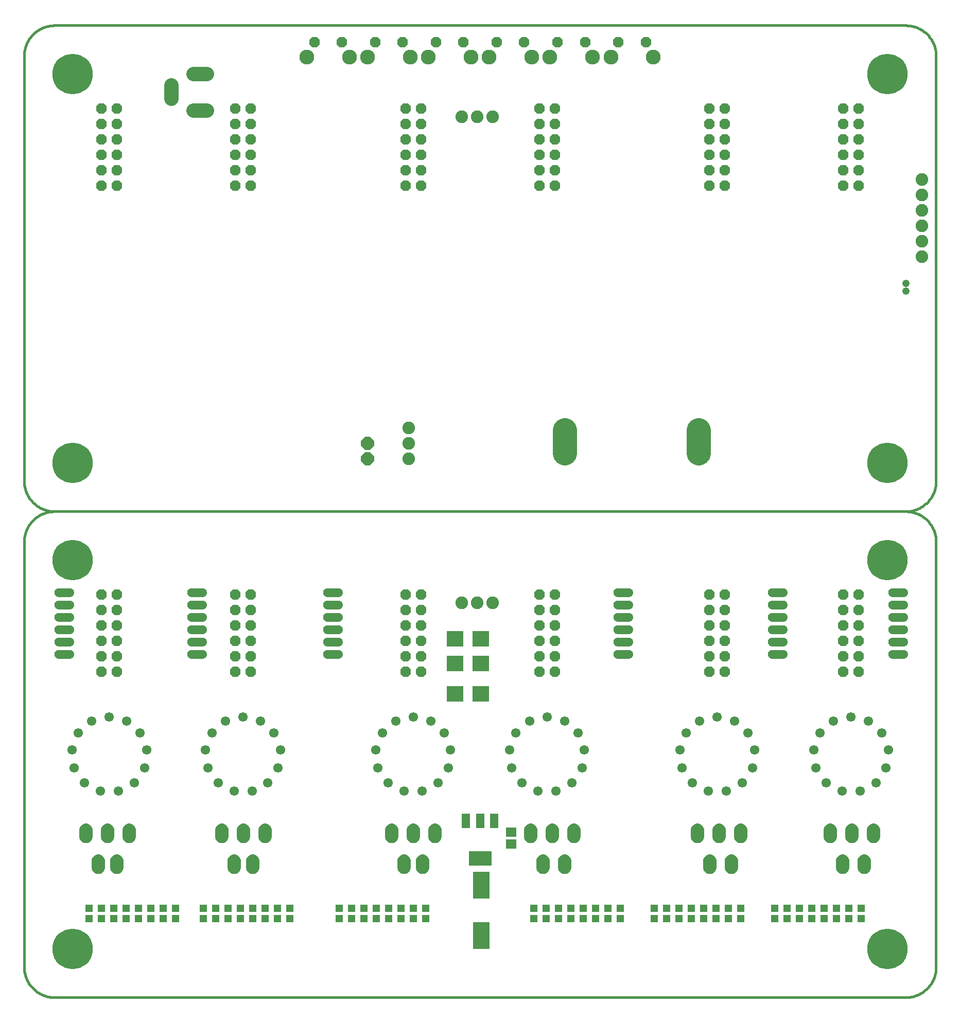
<source format=gbs>
G75*
%MOIN*%
%OFA0B0*%
%FSLAX25Y25*%
%IPPOS*%
%LPD*%
%AMOC8*
5,1,8,0,0,1.08239X$1,22.5*
%
%ADD10C,0.01600*%
%ADD11C,0.08200*%
%ADD12OC8,0.08400*%
%ADD13OC8,0.06800*%
%ADD14C,0.15800*%
%ADD15C,0.04769*%
%ADD16C,0.09400*%
%ADD17C,0.09650*%
%ADD18C,0.06107*%
%ADD19R,0.10643X0.09855*%
%ADD20R,0.10643X0.17729*%
%ADD21R,0.06706X0.05918*%
%ADD22R,0.05600X0.09600*%
%ADD23R,0.14973X0.09461*%
%ADD24C,0.00500*%
%ADD25R,0.05131X0.04737*%
%ADD26C,0.26200*%
D10*
X0001800Y0021485D02*
X0001800Y0297076D01*
X0001806Y0297552D01*
X0001823Y0298027D01*
X0001852Y0298502D01*
X0001892Y0298976D01*
X0001944Y0299449D01*
X0002007Y0299920D01*
X0002081Y0300390D01*
X0002167Y0300858D01*
X0002264Y0301324D01*
X0002372Y0301787D01*
X0002491Y0302247D01*
X0002622Y0302705D01*
X0002763Y0303159D01*
X0002916Y0303610D01*
X0003079Y0304056D01*
X0003253Y0304499D01*
X0003438Y0304937D01*
X0003633Y0305371D01*
X0003839Y0305800D01*
X0004055Y0306224D01*
X0004281Y0306643D01*
X0004517Y0307056D01*
X0004763Y0307463D01*
X0005019Y0307864D01*
X0005285Y0308258D01*
X0005560Y0308647D01*
X0005844Y0309028D01*
X0006137Y0309402D01*
X0006439Y0309770D01*
X0006751Y0310130D01*
X0007070Y0310482D01*
X0007398Y0310826D01*
X0007735Y0311163D01*
X0008079Y0311491D01*
X0008431Y0311810D01*
X0008791Y0312122D01*
X0009159Y0312424D01*
X0009533Y0312717D01*
X0009914Y0313001D01*
X0010303Y0313276D01*
X0010697Y0313542D01*
X0011098Y0313798D01*
X0011505Y0314044D01*
X0011918Y0314280D01*
X0012337Y0314506D01*
X0012761Y0314722D01*
X0013190Y0314928D01*
X0013624Y0315123D01*
X0014062Y0315308D01*
X0014505Y0315482D01*
X0014951Y0315645D01*
X0015402Y0315798D01*
X0015856Y0315939D01*
X0016314Y0316070D01*
X0016774Y0316189D01*
X0017237Y0316297D01*
X0017703Y0316394D01*
X0018171Y0316480D01*
X0018641Y0316554D01*
X0019112Y0316617D01*
X0019585Y0316669D01*
X0020059Y0316709D01*
X0020534Y0316738D01*
X0021009Y0316755D01*
X0021485Y0316761D01*
X0572666Y0316761D01*
X0573142Y0316755D01*
X0573617Y0316738D01*
X0574092Y0316709D01*
X0574566Y0316669D01*
X0575039Y0316617D01*
X0575510Y0316554D01*
X0575980Y0316480D01*
X0576448Y0316394D01*
X0576914Y0316297D01*
X0577377Y0316189D01*
X0577837Y0316070D01*
X0578295Y0315939D01*
X0578749Y0315798D01*
X0579200Y0315645D01*
X0579646Y0315482D01*
X0580089Y0315308D01*
X0580527Y0315123D01*
X0580961Y0314928D01*
X0581390Y0314722D01*
X0581814Y0314506D01*
X0582233Y0314280D01*
X0582646Y0314044D01*
X0583053Y0313798D01*
X0583454Y0313542D01*
X0583848Y0313276D01*
X0584237Y0313001D01*
X0584618Y0312717D01*
X0584992Y0312424D01*
X0585360Y0312122D01*
X0585720Y0311810D01*
X0586072Y0311491D01*
X0586416Y0311163D01*
X0586753Y0310826D01*
X0587081Y0310482D01*
X0587400Y0310130D01*
X0587712Y0309770D01*
X0588014Y0309402D01*
X0588307Y0309028D01*
X0588591Y0308647D01*
X0588866Y0308258D01*
X0589132Y0307864D01*
X0589388Y0307463D01*
X0589634Y0307056D01*
X0589870Y0306643D01*
X0590096Y0306224D01*
X0590312Y0305800D01*
X0590518Y0305371D01*
X0590713Y0304937D01*
X0590898Y0304499D01*
X0591072Y0304056D01*
X0591235Y0303610D01*
X0591388Y0303159D01*
X0591529Y0302705D01*
X0591660Y0302247D01*
X0591779Y0301787D01*
X0591887Y0301324D01*
X0591984Y0300858D01*
X0592070Y0300390D01*
X0592144Y0299920D01*
X0592207Y0299449D01*
X0592259Y0298976D01*
X0592299Y0298502D01*
X0592328Y0298027D01*
X0592345Y0297552D01*
X0592351Y0297076D01*
X0592351Y0021485D01*
X0592345Y0021009D01*
X0592328Y0020534D01*
X0592299Y0020059D01*
X0592259Y0019585D01*
X0592207Y0019112D01*
X0592144Y0018641D01*
X0592070Y0018171D01*
X0591984Y0017703D01*
X0591887Y0017237D01*
X0591779Y0016774D01*
X0591660Y0016314D01*
X0591529Y0015856D01*
X0591388Y0015402D01*
X0591235Y0014951D01*
X0591072Y0014505D01*
X0590898Y0014062D01*
X0590713Y0013624D01*
X0590518Y0013190D01*
X0590312Y0012761D01*
X0590096Y0012337D01*
X0589870Y0011918D01*
X0589634Y0011505D01*
X0589388Y0011098D01*
X0589132Y0010697D01*
X0588866Y0010303D01*
X0588591Y0009914D01*
X0588307Y0009533D01*
X0588014Y0009159D01*
X0587712Y0008791D01*
X0587400Y0008431D01*
X0587081Y0008079D01*
X0586753Y0007735D01*
X0586416Y0007398D01*
X0586072Y0007070D01*
X0585720Y0006751D01*
X0585360Y0006439D01*
X0584992Y0006137D01*
X0584618Y0005844D01*
X0584237Y0005560D01*
X0583848Y0005285D01*
X0583454Y0005019D01*
X0583053Y0004763D01*
X0582646Y0004517D01*
X0582233Y0004281D01*
X0581814Y0004055D01*
X0581390Y0003839D01*
X0580961Y0003633D01*
X0580527Y0003438D01*
X0580089Y0003253D01*
X0579646Y0003079D01*
X0579200Y0002916D01*
X0578749Y0002763D01*
X0578295Y0002622D01*
X0577837Y0002491D01*
X0577377Y0002372D01*
X0576914Y0002264D01*
X0576448Y0002167D01*
X0575980Y0002081D01*
X0575510Y0002007D01*
X0575039Y0001944D01*
X0574566Y0001892D01*
X0574092Y0001852D01*
X0573617Y0001823D01*
X0573142Y0001806D01*
X0572666Y0001800D01*
X0021485Y0001800D01*
X0021009Y0001806D01*
X0020534Y0001823D01*
X0020059Y0001852D01*
X0019585Y0001892D01*
X0019112Y0001944D01*
X0018641Y0002007D01*
X0018171Y0002081D01*
X0017703Y0002167D01*
X0017237Y0002264D01*
X0016774Y0002372D01*
X0016314Y0002491D01*
X0015856Y0002622D01*
X0015402Y0002763D01*
X0014951Y0002916D01*
X0014505Y0003079D01*
X0014062Y0003253D01*
X0013624Y0003438D01*
X0013190Y0003633D01*
X0012761Y0003839D01*
X0012337Y0004055D01*
X0011918Y0004281D01*
X0011505Y0004517D01*
X0011098Y0004763D01*
X0010697Y0005019D01*
X0010303Y0005285D01*
X0009914Y0005560D01*
X0009533Y0005844D01*
X0009159Y0006137D01*
X0008791Y0006439D01*
X0008431Y0006751D01*
X0008079Y0007070D01*
X0007735Y0007398D01*
X0007398Y0007735D01*
X0007070Y0008079D01*
X0006751Y0008431D01*
X0006439Y0008791D01*
X0006137Y0009159D01*
X0005844Y0009533D01*
X0005560Y0009914D01*
X0005285Y0010303D01*
X0005019Y0010697D01*
X0004763Y0011098D01*
X0004517Y0011505D01*
X0004281Y0011918D01*
X0004055Y0012337D01*
X0003839Y0012761D01*
X0003633Y0013190D01*
X0003438Y0013624D01*
X0003253Y0014062D01*
X0003079Y0014505D01*
X0002916Y0014951D01*
X0002763Y0015402D01*
X0002622Y0015856D01*
X0002491Y0016314D01*
X0002372Y0016774D01*
X0002264Y0017237D01*
X0002167Y0017703D01*
X0002081Y0018171D01*
X0002007Y0018641D01*
X0001944Y0019112D01*
X0001892Y0019585D01*
X0001852Y0020059D01*
X0001823Y0020534D01*
X0001806Y0021009D01*
X0001800Y0021485D01*
X0001800Y0336446D02*
X0001800Y0612036D01*
X0001806Y0612512D01*
X0001823Y0612987D01*
X0001852Y0613462D01*
X0001892Y0613936D01*
X0001944Y0614409D01*
X0002007Y0614880D01*
X0002081Y0615350D01*
X0002167Y0615818D01*
X0002264Y0616284D01*
X0002372Y0616747D01*
X0002491Y0617207D01*
X0002622Y0617665D01*
X0002763Y0618119D01*
X0002916Y0618570D01*
X0003079Y0619016D01*
X0003253Y0619459D01*
X0003438Y0619897D01*
X0003633Y0620331D01*
X0003839Y0620760D01*
X0004055Y0621184D01*
X0004281Y0621603D01*
X0004517Y0622016D01*
X0004763Y0622423D01*
X0005019Y0622824D01*
X0005285Y0623218D01*
X0005560Y0623607D01*
X0005844Y0623988D01*
X0006137Y0624362D01*
X0006439Y0624730D01*
X0006751Y0625090D01*
X0007070Y0625442D01*
X0007398Y0625786D01*
X0007735Y0626123D01*
X0008079Y0626451D01*
X0008431Y0626770D01*
X0008791Y0627082D01*
X0009159Y0627384D01*
X0009533Y0627677D01*
X0009914Y0627961D01*
X0010303Y0628236D01*
X0010697Y0628502D01*
X0011098Y0628758D01*
X0011505Y0629004D01*
X0011918Y0629240D01*
X0012337Y0629466D01*
X0012761Y0629682D01*
X0013190Y0629888D01*
X0013624Y0630083D01*
X0014062Y0630268D01*
X0014505Y0630442D01*
X0014951Y0630605D01*
X0015402Y0630758D01*
X0015856Y0630899D01*
X0016314Y0631030D01*
X0016774Y0631149D01*
X0017237Y0631257D01*
X0017703Y0631354D01*
X0018171Y0631440D01*
X0018641Y0631514D01*
X0019112Y0631577D01*
X0019585Y0631629D01*
X0020059Y0631669D01*
X0020534Y0631698D01*
X0021009Y0631715D01*
X0021485Y0631721D01*
X0572666Y0631721D01*
X0573142Y0631715D01*
X0573617Y0631698D01*
X0574092Y0631669D01*
X0574566Y0631629D01*
X0575039Y0631577D01*
X0575510Y0631514D01*
X0575980Y0631440D01*
X0576448Y0631354D01*
X0576914Y0631257D01*
X0577377Y0631149D01*
X0577837Y0631030D01*
X0578295Y0630899D01*
X0578749Y0630758D01*
X0579200Y0630605D01*
X0579646Y0630442D01*
X0580089Y0630268D01*
X0580527Y0630083D01*
X0580961Y0629888D01*
X0581390Y0629682D01*
X0581814Y0629466D01*
X0582233Y0629240D01*
X0582646Y0629004D01*
X0583053Y0628758D01*
X0583454Y0628502D01*
X0583848Y0628236D01*
X0584237Y0627961D01*
X0584618Y0627677D01*
X0584992Y0627384D01*
X0585360Y0627082D01*
X0585720Y0626770D01*
X0586072Y0626451D01*
X0586416Y0626123D01*
X0586753Y0625786D01*
X0587081Y0625442D01*
X0587400Y0625090D01*
X0587712Y0624730D01*
X0588014Y0624362D01*
X0588307Y0623988D01*
X0588591Y0623607D01*
X0588866Y0623218D01*
X0589132Y0622824D01*
X0589388Y0622423D01*
X0589634Y0622016D01*
X0589870Y0621603D01*
X0590096Y0621184D01*
X0590312Y0620760D01*
X0590518Y0620331D01*
X0590713Y0619897D01*
X0590898Y0619459D01*
X0591072Y0619016D01*
X0591235Y0618570D01*
X0591388Y0618119D01*
X0591529Y0617665D01*
X0591660Y0617207D01*
X0591779Y0616747D01*
X0591887Y0616284D01*
X0591984Y0615818D01*
X0592070Y0615350D01*
X0592144Y0614880D01*
X0592207Y0614409D01*
X0592259Y0613936D01*
X0592299Y0613462D01*
X0592328Y0612987D01*
X0592345Y0612512D01*
X0592351Y0612036D01*
X0592351Y0336446D01*
X0592345Y0335970D01*
X0592328Y0335495D01*
X0592299Y0335020D01*
X0592259Y0334546D01*
X0592207Y0334073D01*
X0592144Y0333602D01*
X0592070Y0333132D01*
X0591984Y0332664D01*
X0591887Y0332198D01*
X0591779Y0331735D01*
X0591660Y0331275D01*
X0591529Y0330817D01*
X0591388Y0330363D01*
X0591235Y0329912D01*
X0591072Y0329466D01*
X0590898Y0329023D01*
X0590713Y0328585D01*
X0590518Y0328151D01*
X0590312Y0327722D01*
X0590096Y0327298D01*
X0589870Y0326879D01*
X0589634Y0326466D01*
X0589388Y0326059D01*
X0589132Y0325658D01*
X0588866Y0325264D01*
X0588591Y0324875D01*
X0588307Y0324494D01*
X0588014Y0324120D01*
X0587712Y0323752D01*
X0587400Y0323392D01*
X0587081Y0323040D01*
X0586753Y0322696D01*
X0586416Y0322359D01*
X0586072Y0322031D01*
X0585720Y0321712D01*
X0585360Y0321400D01*
X0584992Y0321098D01*
X0584618Y0320805D01*
X0584237Y0320521D01*
X0583848Y0320246D01*
X0583454Y0319980D01*
X0583053Y0319724D01*
X0582646Y0319478D01*
X0582233Y0319242D01*
X0581814Y0319016D01*
X0581390Y0318800D01*
X0580961Y0318594D01*
X0580527Y0318399D01*
X0580089Y0318214D01*
X0579646Y0318040D01*
X0579200Y0317877D01*
X0578749Y0317724D01*
X0578295Y0317583D01*
X0577837Y0317452D01*
X0577377Y0317333D01*
X0576914Y0317225D01*
X0576448Y0317128D01*
X0575980Y0317042D01*
X0575510Y0316968D01*
X0575039Y0316905D01*
X0574566Y0316853D01*
X0574092Y0316813D01*
X0573617Y0316784D01*
X0573142Y0316767D01*
X0572666Y0316761D01*
X0021485Y0316761D02*
X0021009Y0316767D01*
X0020534Y0316784D01*
X0020059Y0316813D01*
X0019585Y0316853D01*
X0019112Y0316905D01*
X0018641Y0316968D01*
X0018171Y0317042D01*
X0017703Y0317128D01*
X0017237Y0317225D01*
X0016774Y0317333D01*
X0016314Y0317452D01*
X0015856Y0317583D01*
X0015402Y0317724D01*
X0014951Y0317877D01*
X0014505Y0318040D01*
X0014062Y0318214D01*
X0013624Y0318399D01*
X0013190Y0318594D01*
X0012761Y0318800D01*
X0012337Y0319016D01*
X0011918Y0319242D01*
X0011505Y0319478D01*
X0011098Y0319724D01*
X0010697Y0319980D01*
X0010303Y0320246D01*
X0009914Y0320521D01*
X0009533Y0320805D01*
X0009159Y0321098D01*
X0008791Y0321400D01*
X0008431Y0321712D01*
X0008079Y0322031D01*
X0007735Y0322359D01*
X0007398Y0322696D01*
X0007070Y0323040D01*
X0006751Y0323392D01*
X0006439Y0323752D01*
X0006137Y0324120D01*
X0005844Y0324494D01*
X0005560Y0324875D01*
X0005285Y0325264D01*
X0005019Y0325658D01*
X0004763Y0326059D01*
X0004517Y0326466D01*
X0004281Y0326879D01*
X0004055Y0327298D01*
X0003839Y0327722D01*
X0003633Y0328151D01*
X0003438Y0328585D01*
X0003253Y0329023D01*
X0003079Y0329466D01*
X0002916Y0329912D01*
X0002763Y0330363D01*
X0002622Y0330817D01*
X0002491Y0331275D01*
X0002372Y0331735D01*
X0002264Y0332198D01*
X0002167Y0332664D01*
X0002081Y0333132D01*
X0002007Y0333602D01*
X0001944Y0334073D01*
X0001892Y0334546D01*
X0001852Y0335020D01*
X0001823Y0335495D01*
X0001806Y0335970D01*
X0001800Y0336446D01*
D11*
X0250800Y0350761D03*
X0250800Y0360761D03*
X0250800Y0370761D03*
X0285265Y0257706D03*
X0295265Y0257706D03*
X0305265Y0257706D03*
X0583178Y0481792D03*
X0583178Y0491792D03*
X0583178Y0501792D03*
X0583178Y0511792D03*
X0583178Y0521792D03*
X0583178Y0531792D03*
X0305265Y0572666D03*
X0295265Y0572666D03*
X0285265Y0572666D03*
D12*
X0224300Y0360761D03*
X0224300Y0350761D03*
D13*
X0248769Y0263020D03*
X0258769Y0263020D03*
X0258769Y0253020D03*
X0258769Y0243020D03*
X0248769Y0243020D03*
X0248769Y0253020D03*
X0248769Y0233020D03*
X0258769Y0233020D03*
X0258769Y0223020D03*
X0248769Y0223020D03*
X0248769Y0213020D03*
X0258769Y0213020D03*
X0335383Y0213020D03*
X0345383Y0213020D03*
X0345383Y0223020D03*
X0345383Y0233020D03*
X0335383Y0233020D03*
X0335383Y0223020D03*
X0335383Y0243020D03*
X0335383Y0253020D03*
X0345383Y0253020D03*
X0345383Y0243020D03*
X0345383Y0263020D03*
X0335383Y0263020D03*
X0445619Y0263020D03*
X0445619Y0253020D03*
X0445619Y0243020D03*
X0445619Y0233020D03*
X0445619Y0223020D03*
X0445619Y0213020D03*
X0455619Y0213020D03*
X0455619Y0223020D03*
X0455619Y0233020D03*
X0455619Y0243020D03*
X0455619Y0253020D03*
X0455619Y0263020D03*
X0532233Y0263020D03*
X0542233Y0263020D03*
X0542233Y0253020D03*
X0542233Y0243020D03*
X0532233Y0243020D03*
X0532233Y0253020D03*
X0532233Y0233020D03*
X0532233Y0223020D03*
X0542233Y0223020D03*
X0542233Y0233020D03*
X0542233Y0213020D03*
X0532233Y0213020D03*
X0532233Y0527981D03*
X0542233Y0527981D03*
X0542233Y0537981D03*
X0532233Y0537981D03*
X0532233Y0547981D03*
X0542233Y0547981D03*
X0542233Y0557981D03*
X0532233Y0557981D03*
X0532233Y0567981D03*
X0542233Y0567981D03*
X0542233Y0577981D03*
X0532233Y0577981D03*
X0455619Y0577981D03*
X0455619Y0567981D03*
X0455619Y0557981D03*
X0455619Y0547981D03*
X0455619Y0537981D03*
X0455619Y0527981D03*
X0445619Y0527981D03*
X0445619Y0537981D03*
X0445619Y0547981D03*
X0445619Y0557981D03*
X0445619Y0567981D03*
X0445619Y0577981D03*
X0404401Y0620873D03*
X0386601Y0620873D03*
X0365031Y0620873D03*
X0347231Y0620873D03*
X0325661Y0620873D03*
X0307861Y0620873D03*
X0286291Y0620873D03*
X0268491Y0620873D03*
X0246920Y0620873D03*
X0229120Y0620873D03*
X0207550Y0620873D03*
X0189750Y0620873D03*
X0148532Y0577981D03*
X0138532Y0577981D03*
X0138532Y0567981D03*
X0138532Y0557981D03*
X0138532Y0547981D03*
X0138532Y0537981D03*
X0138532Y0527981D03*
X0148532Y0527981D03*
X0148532Y0537981D03*
X0148532Y0547981D03*
X0148532Y0557981D03*
X0148532Y0567981D03*
X0061918Y0567981D03*
X0061918Y0557981D03*
X0051918Y0557981D03*
X0051918Y0567981D03*
X0051918Y0577981D03*
X0061918Y0577981D03*
X0061918Y0547981D03*
X0051918Y0547981D03*
X0051918Y0537981D03*
X0051918Y0527981D03*
X0061918Y0527981D03*
X0061918Y0537981D03*
X0248769Y0537981D03*
X0258769Y0537981D03*
X0258769Y0527981D03*
X0248769Y0527981D03*
X0248769Y0547981D03*
X0258769Y0547981D03*
X0258769Y0557981D03*
X0258769Y0567981D03*
X0248769Y0567981D03*
X0248769Y0557981D03*
X0248769Y0577981D03*
X0258769Y0577981D03*
X0335383Y0577981D03*
X0345383Y0577981D03*
X0345383Y0567981D03*
X0345383Y0557981D03*
X0345383Y0547981D03*
X0345383Y0537981D03*
X0345383Y0527981D03*
X0335383Y0527981D03*
X0335383Y0537981D03*
X0335383Y0547981D03*
X0335383Y0557981D03*
X0335383Y0567981D03*
X0148532Y0263020D03*
X0148532Y0253020D03*
X0148532Y0243020D03*
X0148532Y0233020D03*
X0148532Y0223020D03*
X0148532Y0213020D03*
X0138532Y0213020D03*
X0138532Y0223020D03*
X0138532Y0233020D03*
X0138532Y0243020D03*
X0138532Y0253020D03*
X0138532Y0263020D03*
X0061918Y0263020D03*
X0061918Y0253020D03*
X0061918Y0243020D03*
X0061918Y0233020D03*
X0061918Y0223020D03*
X0061918Y0213020D03*
X0051918Y0213020D03*
X0051918Y0223020D03*
X0051918Y0233020D03*
X0051918Y0243020D03*
X0051918Y0253020D03*
X0051918Y0263020D03*
D14*
X0351898Y0354520D02*
X0351898Y0369520D01*
X0438394Y0369520D02*
X0438394Y0354520D01*
D15*
X0572816Y0459552D03*
X0572816Y0464670D03*
D16*
X0120273Y0576603D02*
X0111673Y0576603D01*
X0097076Y0584114D02*
X0097076Y0592714D01*
X0111673Y0600225D02*
X0120273Y0600225D01*
D17*
X0184850Y0611073D03*
X0212450Y0611073D03*
X0224220Y0611073D03*
X0251820Y0611073D03*
X0263591Y0611073D03*
X0291191Y0611073D03*
X0302961Y0611073D03*
X0330561Y0611073D03*
X0342331Y0611073D03*
X0369931Y0611073D03*
X0381701Y0611073D03*
X0409301Y0611073D03*
D18*
X0450619Y0183650D03*
X0461944Y0180859D03*
X0470675Y0173124D03*
X0474811Y0162218D03*
X0473405Y0150639D03*
X0466779Y0141039D03*
X0456451Y0135619D03*
X0444787Y0135619D03*
X0434459Y0141039D03*
X0427833Y0150639D03*
X0426427Y0162218D03*
X0430563Y0173124D03*
X0439294Y0180859D03*
X0364575Y0162218D03*
X0360439Y0173124D03*
X0351708Y0180859D03*
X0340383Y0183650D03*
X0329057Y0180859D03*
X0320327Y0173124D03*
X0316191Y0162218D03*
X0317596Y0150639D03*
X0324222Y0141039D03*
X0334551Y0135619D03*
X0346215Y0135619D03*
X0356543Y0141039D03*
X0363169Y0150639D03*
X0277961Y0162218D03*
X0273824Y0173124D03*
X0265094Y0180859D03*
X0253769Y0183650D03*
X0242443Y0180859D03*
X0233713Y0173124D03*
X0229576Y0162218D03*
X0230982Y0150639D03*
X0237608Y0141039D03*
X0247937Y0135619D03*
X0259600Y0135619D03*
X0269929Y0141039D03*
X0276555Y0150639D03*
X0167724Y0162218D03*
X0163588Y0173124D03*
X0154857Y0180859D03*
X0143532Y0183650D03*
X0132207Y0180859D03*
X0123476Y0173124D03*
X0119340Y0162218D03*
X0120746Y0150639D03*
X0127372Y0141039D03*
X0137700Y0135619D03*
X0149364Y0135619D03*
X0159693Y0141039D03*
X0166319Y0150639D03*
X0081110Y0162218D03*
X0076974Y0173124D03*
X0068243Y0180859D03*
X0056918Y0183650D03*
X0045593Y0180859D03*
X0036862Y0173124D03*
X0032726Y0162218D03*
X0034132Y0150639D03*
X0040758Y0141039D03*
X0051086Y0135619D03*
X0062750Y0135619D03*
X0073078Y0141039D03*
X0079704Y0150639D03*
X0513041Y0162218D03*
X0517177Y0173124D03*
X0525908Y0180859D03*
X0537233Y0183650D03*
X0548558Y0180859D03*
X0557289Y0173124D03*
X0561425Y0162218D03*
X0560019Y0150639D03*
X0553393Y0141039D03*
X0543065Y0135619D03*
X0531401Y0135619D03*
X0521073Y0141039D03*
X0514447Y0150639D03*
D19*
X0297666Y0198650D03*
X0280737Y0198650D03*
X0280737Y0218335D03*
X0280737Y0234083D03*
X0297666Y0234083D03*
X0297666Y0218335D03*
D20*
X0297800Y0074469D03*
X0297800Y0041792D03*
D21*
X0317139Y0101288D03*
X0317139Y0108769D03*
D22*
X0306176Y0116362D03*
X0297076Y0116362D03*
X0287976Y0116362D03*
D23*
X0297076Y0091961D03*
D24*
X0271264Y0104131D02*
X0271559Y0104763D01*
X0271739Y0105436D01*
X0271800Y0106131D01*
X0271800Y0110131D01*
X0271739Y0110825D01*
X0271559Y0111499D01*
X0271264Y0112131D01*
X0270864Y0112702D01*
X0270371Y0113195D01*
X0269800Y0113595D01*
X0269168Y0113889D01*
X0268495Y0114070D01*
X0267800Y0114131D01*
X0267105Y0114070D01*
X0266432Y0113889D01*
X0265800Y0113595D01*
X0265229Y0113195D01*
X0264736Y0112702D01*
X0264336Y0112131D01*
X0264041Y0111499D01*
X0263861Y0110825D01*
X0263800Y0110131D01*
X0263800Y0106131D01*
X0263861Y0105436D01*
X0264041Y0104763D01*
X0264336Y0104131D01*
X0264736Y0103560D01*
X0265229Y0103067D01*
X0265800Y0102667D01*
X0266432Y0102372D01*
X0267105Y0102191D01*
X0267800Y0102131D01*
X0268495Y0102191D01*
X0269168Y0102372D01*
X0269800Y0102667D01*
X0270371Y0103067D01*
X0270864Y0103560D01*
X0271264Y0104131D01*
X0271100Y0103896D02*
X0264500Y0103896D01*
X0264213Y0104395D02*
X0271387Y0104395D01*
X0271594Y0104893D02*
X0264006Y0104893D01*
X0263873Y0105392D02*
X0271727Y0105392D01*
X0271779Y0105890D02*
X0263821Y0105890D01*
X0263800Y0106389D02*
X0271800Y0106389D01*
X0271800Y0106887D02*
X0263800Y0106887D01*
X0263800Y0107386D02*
X0271800Y0107386D01*
X0271800Y0107884D02*
X0263800Y0107884D01*
X0263800Y0108383D02*
X0271800Y0108383D01*
X0271800Y0108881D02*
X0263800Y0108881D01*
X0263800Y0109380D02*
X0271800Y0109380D01*
X0271800Y0109878D02*
X0263800Y0109878D01*
X0263822Y0110377D02*
X0271778Y0110377D01*
X0271726Y0110875D02*
X0263874Y0110875D01*
X0264008Y0111374D02*
X0271592Y0111374D01*
X0271385Y0111872D02*
X0264215Y0111872D01*
X0264504Y0112371D02*
X0271096Y0112371D01*
X0270697Y0112870D02*
X0264903Y0112870D01*
X0265476Y0113368D02*
X0270124Y0113368D01*
X0269217Y0113867D02*
X0266383Y0113867D01*
X0264898Y0103398D02*
X0270702Y0103398D01*
X0270132Y0102899D02*
X0265468Y0102899D01*
X0266370Y0102401D02*
X0269230Y0102401D01*
X0262371Y0093195D02*
X0261800Y0093595D01*
X0261168Y0093889D01*
X0260495Y0094070D01*
X0259800Y0094131D01*
X0259105Y0094070D01*
X0258432Y0093889D01*
X0257800Y0093595D01*
X0257229Y0093195D01*
X0256736Y0092702D01*
X0256336Y0092131D01*
X0256041Y0091499D01*
X0255861Y0090825D01*
X0255800Y0090131D01*
X0255800Y0086131D01*
X0255861Y0085436D01*
X0256041Y0084763D01*
X0256336Y0084131D01*
X0256736Y0083560D01*
X0257229Y0083067D01*
X0257800Y0082667D01*
X0258432Y0082372D01*
X0259105Y0082191D01*
X0259800Y0082131D01*
X0260495Y0082191D01*
X0261168Y0082372D01*
X0261800Y0082667D01*
X0262371Y0083067D01*
X0262864Y0083560D01*
X0263264Y0084131D01*
X0263559Y0084763D01*
X0263739Y0085436D01*
X0263800Y0086131D01*
X0263800Y0090131D01*
X0263739Y0090825D01*
X0263559Y0091499D01*
X0263264Y0092131D01*
X0262864Y0092702D01*
X0262371Y0093195D01*
X0262637Y0092929D02*
X0256963Y0092929D01*
X0256546Y0092431D02*
X0263054Y0092431D01*
X0263357Y0091932D02*
X0256243Y0091932D01*
X0256024Y0091434D02*
X0263576Y0091434D01*
X0263710Y0090935D02*
X0255890Y0090935D01*
X0255827Y0090436D02*
X0263773Y0090436D01*
X0263800Y0089938D02*
X0255800Y0089938D01*
X0255800Y0089439D02*
X0263800Y0089439D01*
X0263800Y0088941D02*
X0255800Y0088941D01*
X0255800Y0088442D02*
X0263800Y0088442D01*
X0263800Y0087944D02*
X0255800Y0087944D01*
X0255800Y0087445D02*
X0263800Y0087445D01*
X0263800Y0086947D02*
X0255800Y0086947D01*
X0255800Y0086448D02*
X0263800Y0086448D01*
X0263784Y0085950D02*
X0255816Y0085950D01*
X0255859Y0085451D02*
X0263741Y0085451D01*
X0263610Y0084953D02*
X0255990Y0084953D01*
X0256185Y0084454D02*
X0263415Y0084454D01*
X0263142Y0083956D02*
X0256458Y0083956D01*
X0256838Y0083457D02*
X0262762Y0083457D01*
X0262217Y0082959D02*
X0257383Y0082959D01*
X0258242Y0082460D02*
X0261358Y0082460D01*
X0262039Y0093428D02*
X0257561Y0093428D01*
X0258568Y0093926D02*
X0261032Y0093926D01*
X0251576Y0091434D02*
X0244024Y0091434D01*
X0244041Y0091499D02*
X0243861Y0090825D01*
X0243800Y0090131D01*
X0243800Y0086131D01*
X0243861Y0085436D01*
X0244041Y0084763D01*
X0244336Y0084131D01*
X0244736Y0083560D01*
X0245229Y0083067D01*
X0245800Y0082667D01*
X0246432Y0082372D01*
X0247105Y0082191D01*
X0247800Y0082131D01*
X0248495Y0082191D01*
X0249168Y0082372D01*
X0249800Y0082667D01*
X0250371Y0083067D01*
X0250864Y0083560D01*
X0251264Y0084131D01*
X0251559Y0084763D01*
X0251739Y0085436D01*
X0251800Y0086131D01*
X0251800Y0090131D01*
X0251739Y0090825D01*
X0251559Y0091499D01*
X0251264Y0092131D01*
X0250864Y0092702D01*
X0250371Y0093195D01*
X0249800Y0093595D01*
X0249168Y0093889D01*
X0248495Y0094070D01*
X0247800Y0094131D01*
X0247105Y0094070D01*
X0246432Y0093889D01*
X0245800Y0093595D01*
X0245229Y0093195D01*
X0244736Y0092702D01*
X0244336Y0092131D01*
X0244041Y0091499D01*
X0244243Y0091932D02*
X0251357Y0091932D01*
X0251054Y0092431D02*
X0244546Y0092431D01*
X0244963Y0092929D02*
X0250637Y0092929D01*
X0250039Y0093428D02*
X0245561Y0093428D01*
X0246568Y0093926D02*
X0249032Y0093926D01*
X0251710Y0090935D02*
X0243890Y0090935D01*
X0243827Y0090436D02*
X0251773Y0090436D01*
X0251800Y0089938D02*
X0243800Y0089938D01*
X0243800Y0089439D02*
X0251800Y0089439D01*
X0251800Y0088941D02*
X0243800Y0088941D01*
X0243800Y0088442D02*
X0251800Y0088442D01*
X0251800Y0087944D02*
X0243800Y0087944D01*
X0243800Y0087445D02*
X0251800Y0087445D01*
X0251800Y0086947D02*
X0243800Y0086947D01*
X0243800Y0086448D02*
X0251800Y0086448D01*
X0251784Y0085950D02*
X0243816Y0085950D01*
X0243859Y0085451D02*
X0251741Y0085451D01*
X0251610Y0084953D02*
X0243990Y0084953D01*
X0244185Y0084454D02*
X0251415Y0084454D01*
X0251142Y0083956D02*
X0244458Y0083956D01*
X0244838Y0083457D02*
X0250762Y0083457D01*
X0250217Y0082959D02*
X0245383Y0082959D01*
X0246242Y0082460D02*
X0249358Y0082460D01*
X0253105Y0102191D02*
X0253800Y0102131D01*
X0254495Y0102191D01*
X0255168Y0102372D01*
X0255800Y0102667D01*
X0256371Y0103067D01*
X0256864Y0103560D01*
X0257264Y0104131D01*
X0257559Y0104763D01*
X0257739Y0105436D01*
X0257800Y0106131D01*
X0257800Y0110131D01*
X0257739Y0110825D01*
X0257559Y0111499D01*
X0257264Y0112131D01*
X0256864Y0112702D01*
X0256371Y0113195D01*
X0255800Y0113595D01*
X0255168Y0113889D01*
X0254495Y0114070D01*
X0253800Y0114131D01*
X0253105Y0114070D01*
X0252432Y0113889D01*
X0251800Y0113595D01*
X0251229Y0113195D01*
X0250736Y0112702D01*
X0250336Y0112131D01*
X0250041Y0111499D01*
X0249861Y0110825D01*
X0249800Y0110131D01*
X0249800Y0106131D01*
X0249861Y0105436D01*
X0250041Y0104763D01*
X0250336Y0104131D01*
X0250736Y0103560D01*
X0251229Y0103067D01*
X0251800Y0102667D01*
X0252432Y0102372D01*
X0253105Y0102191D01*
X0252370Y0102401D02*
X0255230Y0102401D01*
X0256132Y0102899D02*
X0251468Y0102899D01*
X0250898Y0103398D02*
X0256702Y0103398D01*
X0257100Y0103896D02*
X0250500Y0103896D01*
X0250213Y0104395D02*
X0257387Y0104395D01*
X0257594Y0104893D02*
X0250006Y0104893D01*
X0249873Y0105392D02*
X0257727Y0105392D01*
X0257779Y0105890D02*
X0249821Y0105890D01*
X0249800Y0106389D02*
X0257800Y0106389D01*
X0257800Y0106887D02*
X0249800Y0106887D01*
X0249800Y0107386D02*
X0257800Y0107386D01*
X0257800Y0107884D02*
X0249800Y0107884D01*
X0249800Y0108383D02*
X0257800Y0108383D01*
X0257800Y0108881D02*
X0249800Y0108881D01*
X0249800Y0109380D02*
X0257800Y0109380D01*
X0257800Y0109878D02*
X0249800Y0109878D01*
X0249822Y0110377D02*
X0257778Y0110377D01*
X0257726Y0110875D02*
X0249874Y0110875D01*
X0250008Y0111374D02*
X0257592Y0111374D01*
X0257385Y0111872D02*
X0250215Y0111872D01*
X0250504Y0112371D02*
X0257096Y0112371D01*
X0256697Y0112870D02*
X0250903Y0112870D01*
X0251476Y0113368D02*
X0256124Y0113368D01*
X0255217Y0113867D02*
X0252383Y0113867D01*
X0243559Y0111499D02*
X0243264Y0112131D01*
X0242864Y0112702D01*
X0242371Y0113195D01*
X0241800Y0113595D01*
X0241168Y0113889D01*
X0240495Y0114070D01*
X0239800Y0114131D01*
X0239105Y0114070D01*
X0238432Y0113889D01*
X0237800Y0113595D01*
X0237229Y0113195D01*
X0236736Y0112702D01*
X0236336Y0112131D01*
X0236041Y0111499D01*
X0235861Y0110825D01*
X0235800Y0110131D01*
X0235800Y0106131D01*
X0235861Y0105436D01*
X0236041Y0104763D01*
X0236336Y0104131D01*
X0236736Y0103560D01*
X0237229Y0103067D01*
X0237800Y0102667D01*
X0238432Y0102372D01*
X0239105Y0102191D01*
X0239800Y0102131D01*
X0240495Y0102191D01*
X0241168Y0102372D01*
X0241800Y0102667D01*
X0242371Y0103067D01*
X0242864Y0103560D01*
X0243264Y0104131D01*
X0243559Y0104763D01*
X0243739Y0105436D01*
X0243800Y0106131D01*
X0243800Y0110131D01*
X0243739Y0110825D01*
X0243559Y0111499D01*
X0243592Y0111374D02*
X0236008Y0111374D01*
X0235874Y0110875D02*
X0243726Y0110875D01*
X0243778Y0110377D02*
X0235822Y0110377D01*
X0235800Y0109878D02*
X0243800Y0109878D01*
X0243800Y0109380D02*
X0235800Y0109380D01*
X0235800Y0108881D02*
X0243800Y0108881D01*
X0243800Y0108383D02*
X0235800Y0108383D01*
X0235800Y0107884D02*
X0243800Y0107884D01*
X0243800Y0107386D02*
X0235800Y0107386D01*
X0235800Y0106887D02*
X0243800Y0106887D01*
X0243800Y0106389D02*
X0235800Y0106389D01*
X0235821Y0105890D02*
X0243779Y0105890D01*
X0243727Y0105392D02*
X0235873Y0105392D01*
X0236006Y0104893D02*
X0243594Y0104893D01*
X0243387Y0104395D02*
X0236213Y0104395D01*
X0236500Y0103896D02*
X0243100Y0103896D01*
X0242702Y0103398D02*
X0236898Y0103398D01*
X0237468Y0102899D02*
X0242132Y0102899D01*
X0241230Y0102401D02*
X0238370Y0102401D01*
X0236215Y0111872D02*
X0243385Y0111872D01*
X0243096Y0112371D02*
X0236504Y0112371D01*
X0236903Y0112870D02*
X0242697Y0112870D01*
X0242124Y0113368D02*
X0237476Y0113368D01*
X0238383Y0113867D02*
X0241217Y0113867D01*
X0161800Y0110131D02*
X0161800Y0106131D01*
X0161739Y0105436D01*
X0161559Y0104763D01*
X0161264Y0104131D01*
X0160864Y0103560D01*
X0160371Y0103067D01*
X0159800Y0102667D01*
X0159168Y0102372D01*
X0158495Y0102191D01*
X0157800Y0102131D01*
X0157105Y0102191D01*
X0156432Y0102372D01*
X0155800Y0102667D01*
X0155229Y0103067D01*
X0154736Y0103560D01*
X0154336Y0104131D01*
X0154041Y0104763D01*
X0153861Y0105436D01*
X0153800Y0106131D01*
X0153800Y0110131D01*
X0153861Y0110825D01*
X0154041Y0111499D01*
X0154336Y0112131D01*
X0154736Y0112702D01*
X0155229Y0113195D01*
X0155800Y0113595D01*
X0156432Y0113889D01*
X0157105Y0114070D01*
X0157800Y0114131D01*
X0158495Y0114070D01*
X0159168Y0113889D01*
X0159800Y0113595D01*
X0160371Y0113195D01*
X0160864Y0112702D01*
X0161264Y0112131D01*
X0161559Y0111499D01*
X0161739Y0110825D01*
X0161800Y0110131D01*
X0161778Y0110377D02*
X0153822Y0110377D01*
X0153800Y0109878D02*
X0161800Y0109878D01*
X0161800Y0109380D02*
X0153800Y0109380D01*
X0153800Y0108881D02*
X0161800Y0108881D01*
X0161800Y0108383D02*
X0153800Y0108383D01*
X0153800Y0107884D02*
X0161800Y0107884D01*
X0161800Y0107386D02*
X0153800Y0107386D01*
X0153800Y0106887D02*
X0161800Y0106887D01*
X0161800Y0106389D02*
X0153800Y0106389D01*
X0153821Y0105890D02*
X0161779Y0105890D01*
X0161727Y0105392D02*
X0153873Y0105392D01*
X0154006Y0104893D02*
X0161594Y0104893D01*
X0161387Y0104395D02*
X0154213Y0104395D01*
X0154500Y0103896D02*
X0161100Y0103896D01*
X0160702Y0103398D02*
X0154898Y0103398D01*
X0155468Y0102899D02*
X0160132Y0102899D01*
X0159230Y0102401D02*
X0156370Y0102401D01*
X0153874Y0110875D02*
X0161726Y0110875D01*
X0161592Y0111374D02*
X0154008Y0111374D01*
X0154215Y0111872D02*
X0161385Y0111872D01*
X0161096Y0112371D02*
X0154504Y0112371D01*
X0154903Y0112870D02*
X0160697Y0112870D01*
X0160124Y0113368D02*
X0155476Y0113368D01*
X0156383Y0113867D02*
X0159217Y0113867D01*
X0147739Y0110825D02*
X0147559Y0111499D01*
X0147264Y0112131D01*
X0146864Y0112702D01*
X0146371Y0113195D01*
X0145800Y0113595D01*
X0145168Y0113889D01*
X0144495Y0114070D01*
X0143800Y0114131D01*
X0143105Y0114070D01*
X0142432Y0113889D01*
X0141800Y0113595D01*
X0141229Y0113195D01*
X0140736Y0112702D01*
X0140336Y0112131D01*
X0140041Y0111499D01*
X0139861Y0110825D01*
X0139800Y0110131D01*
X0139800Y0106131D01*
X0139861Y0105436D01*
X0140041Y0104763D01*
X0140336Y0104131D01*
X0140736Y0103560D01*
X0141229Y0103067D01*
X0141800Y0102667D01*
X0142432Y0102372D01*
X0143105Y0102191D01*
X0143800Y0102131D01*
X0144495Y0102191D01*
X0145168Y0102372D01*
X0145800Y0102667D01*
X0146371Y0103067D01*
X0146864Y0103560D01*
X0147264Y0104131D01*
X0147559Y0104763D01*
X0147739Y0105436D01*
X0147800Y0106131D01*
X0147800Y0110131D01*
X0147739Y0110825D01*
X0147726Y0110875D02*
X0139874Y0110875D01*
X0139822Y0110377D02*
X0147778Y0110377D01*
X0147800Y0109878D02*
X0139800Y0109878D01*
X0139800Y0109380D02*
X0147800Y0109380D01*
X0147800Y0108881D02*
X0139800Y0108881D01*
X0139800Y0108383D02*
X0147800Y0108383D01*
X0147800Y0107884D02*
X0139800Y0107884D01*
X0139800Y0107386D02*
X0147800Y0107386D01*
X0147800Y0106887D02*
X0139800Y0106887D01*
X0139800Y0106389D02*
X0147800Y0106389D01*
X0147779Y0105890D02*
X0139821Y0105890D01*
X0139873Y0105392D02*
X0147727Y0105392D01*
X0147594Y0104893D02*
X0140006Y0104893D01*
X0140213Y0104395D02*
X0147387Y0104395D01*
X0147100Y0103896D02*
X0140500Y0103896D01*
X0140898Y0103398D02*
X0146702Y0103398D01*
X0146132Y0102899D02*
X0141468Y0102899D01*
X0142370Y0102401D02*
X0145230Y0102401D01*
X0147592Y0111374D02*
X0140008Y0111374D01*
X0140215Y0111872D02*
X0147385Y0111872D01*
X0147096Y0112371D02*
X0140504Y0112371D01*
X0140903Y0112870D02*
X0146697Y0112870D01*
X0146124Y0113368D02*
X0141476Y0113368D01*
X0142383Y0113867D02*
X0145217Y0113867D01*
X0133739Y0110825D02*
X0133559Y0111499D01*
X0133264Y0112131D01*
X0132864Y0112702D01*
X0132371Y0113195D01*
X0131800Y0113595D01*
X0131168Y0113889D01*
X0130495Y0114070D01*
X0129800Y0114131D01*
X0129105Y0114070D01*
X0128432Y0113889D01*
X0127800Y0113595D01*
X0127229Y0113195D01*
X0126736Y0112702D01*
X0126336Y0112131D01*
X0126041Y0111499D01*
X0125861Y0110825D01*
X0125800Y0110131D01*
X0125800Y0106131D01*
X0125861Y0105436D01*
X0126041Y0104763D01*
X0126336Y0104131D01*
X0126736Y0103560D01*
X0127229Y0103067D01*
X0127800Y0102667D01*
X0128432Y0102372D01*
X0129105Y0102191D01*
X0129800Y0102131D01*
X0130495Y0102191D01*
X0131168Y0102372D01*
X0131800Y0102667D01*
X0132371Y0103067D01*
X0132864Y0103560D01*
X0133264Y0104131D01*
X0133559Y0104763D01*
X0133739Y0105436D01*
X0133800Y0106131D01*
X0133800Y0110131D01*
X0133739Y0110825D01*
X0133726Y0110875D02*
X0125874Y0110875D01*
X0125822Y0110377D02*
X0133778Y0110377D01*
X0133800Y0109878D02*
X0125800Y0109878D01*
X0125800Y0109380D02*
X0133800Y0109380D01*
X0133800Y0108881D02*
X0125800Y0108881D01*
X0125800Y0108383D02*
X0133800Y0108383D01*
X0133800Y0107884D02*
X0125800Y0107884D01*
X0125800Y0107386D02*
X0133800Y0107386D01*
X0133800Y0106887D02*
X0125800Y0106887D01*
X0125800Y0106389D02*
X0133800Y0106389D01*
X0133779Y0105890D02*
X0125821Y0105890D01*
X0125873Y0105392D02*
X0133727Y0105392D01*
X0133594Y0104893D02*
X0126006Y0104893D01*
X0126213Y0104395D02*
X0133387Y0104395D01*
X0133100Y0103896D02*
X0126500Y0103896D01*
X0126898Y0103398D02*
X0132702Y0103398D01*
X0132132Y0102899D02*
X0127468Y0102899D01*
X0128370Y0102401D02*
X0131230Y0102401D01*
X0133592Y0111374D02*
X0126008Y0111374D01*
X0126215Y0111872D02*
X0133385Y0111872D01*
X0133096Y0112371D02*
X0126504Y0112371D01*
X0126903Y0112870D02*
X0132697Y0112870D01*
X0132124Y0113368D02*
X0127476Y0113368D01*
X0128383Y0113867D02*
X0131217Y0113867D01*
X0136568Y0093926D02*
X0139032Y0093926D01*
X0139168Y0093889D02*
X0138495Y0094070D01*
X0137800Y0094131D01*
X0137105Y0094070D01*
X0136432Y0093889D01*
X0135800Y0093595D01*
X0135229Y0093195D01*
X0134736Y0092702D01*
X0134336Y0092131D01*
X0134041Y0091499D01*
X0133861Y0090825D01*
X0133800Y0090131D01*
X0133800Y0086131D01*
X0133861Y0085436D01*
X0134041Y0084763D01*
X0134336Y0084131D01*
X0134736Y0083560D01*
X0135229Y0083067D01*
X0135800Y0082667D01*
X0136432Y0082372D01*
X0137105Y0082191D01*
X0137800Y0082131D01*
X0138495Y0082191D01*
X0139168Y0082372D01*
X0139800Y0082667D01*
X0140371Y0083067D01*
X0140864Y0083560D01*
X0141264Y0084131D01*
X0141559Y0084763D01*
X0141739Y0085436D01*
X0141800Y0086131D01*
X0141800Y0090131D01*
X0141739Y0090825D01*
X0141559Y0091499D01*
X0141264Y0092131D01*
X0140864Y0092702D01*
X0140371Y0093195D01*
X0139800Y0093595D01*
X0139168Y0093889D01*
X0140039Y0093428D02*
X0135561Y0093428D01*
X0134963Y0092929D02*
X0140637Y0092929D01*
X0141054Y0092431D02*
X0134546Y0092431D01*
X0134243Y0091932D02*
X0141357Y0091932D01*
X0141576Y0091434D02*
X0134024Y0091434D01*
X0133890Y0090935D02*
X0141710Y0090935D01*
X0141773Y0090436D02*
X0133827Y0090436D01*
X0133800Y0089938D02*
X0141800Y0089938D01*
X0141800Y0089439D02*
X0133800Y0089439D01*
X0133800Y0088941D02*
X0141800Y0088941D01*
X0141800Y0088442D02*
X0133800Y0088442D01*
X0133800Y0087944D02*
X0141800Y0087944D01*
X0141800Y0087445D02*
X0133800Y0087445D01*
X0133800Y0086947D02*
X0141800Y0086947D01*
X0141800Y0086448D02*
X0133800Y0086448D01*
X0133816Y0085950D02*
X0141784Y0085950D01*
X0141741Y0085451D02*
X0133859Y0085451D01*
X0133990Y0084953D02*
X0141610Y0084953D01*
X0141415Y0084454D02*
X0134185Y0084454D01*
X0134458Y0083956D02*
X0141142Y0083956D01*
X0140762Y0083457D02*
X0134838Y0083457D01*
X0135383Y0082959D02*
X0140217Y0082959D01*
X0139358Y0082460D02*
X0136242Y0082460D01*
X0145990Y0084953D02*
X0153610Y0084953D01*
X0153559Y0084763D02*
X0153739Y0085436D01*
X0153800Y0086131D01*
X0153800Y0090131D01*
X0153739Y0090825D01*
X0153559Y0091499D01*
X0153264Y0092131D01*
X0152864Y0092702D01*
X0152371Y0093195D01*
X0151800Y0093595D01*
X0151168Y0093889D01*
X0150495Y0094070D01*
X0149800Y0094131D01*
X0149105Y0094070D01*
X0148432Y0093889D01*
X0147800Y0093595D01*
X0147229Y0093195D01*
X0146736Y0092702D01*
X0146336Y0092131D01*
X0146041Y0091499D01*
X0145861Y0090825D01*
X0145800Y0090131D01*
X0145800Y0086131D01*
X0145861Y0085436D01*
X0146041Y0084763D01*
X0146336Y0084131D01*
X0146736Y0083560D01*
X0147229Y0083067D01*
X0147800Y0082667D01*
X0148432Y0082372D01*
X0149105Y0082191D01*
X0149800Y0082131D01*
X0150495Y0082191D01*
X0151168Y0082372D01*
X0151800Y0082667D01*
X0152371Y0083067D01*
X0152864Y0083560D01*
X0153264Y0084131D01*
X0153559Y0084763D01*
X0153415Y0084454D02*
X0146185Y0084454D01*
X0146458Y0083956D02*
X0153142Y0083956D01*
X0152762Y0083457D02*
X0146838Y0083457D01*
X0147383Y0082959D02*
X0152217Y0082959D01*
X0151358Y0082460D02*
X0148242Y0082460D01*
X0145859Y0085451D02*
X0153741Y0085451D01*
X0153784Y0085950D02*
X0145816Y0085950D01*
X0145800Y0086448D02*
X0153800Y0086448D01*
X0153800Y0086947D02*
X0145800Y0086947D01*
X0145800Y0087445D02*
X0153800Y0087445D01*
X0153800Y0087944D02*
X0145800Y0087944D01*
X0145800Y0088442D02*
X0153800Y0088442D01*
X0153800Y0088941D02*
X0145800Y0088941D01*
X0145800Y0089439D02*
X0153800Y0089439D01*
X0153800Y0089938D02*
X0145800Y0089938D01*
X0145827Y0090436D02*
X0153773Y0090436D01*
X0153710Y0090935D02*
X0145890Y0090935D01*
X0146024Y0091434D02*
X0153576Y0091434D01*
X0153357Y0091932D02*
X0146243Y0091932D01*
X0146546Y0092431D02*
X0153054Y0092431D01*
X0152637Y0092929D02*
X0146963Y0092929D01*
X0147561Y0093428D02*
X0152039Y0093428D01*
X0151032Y0093926D02*
X0148568Y0093926D01*
X0073739Y0105436D02*
X0073800Y0106131D01*
X0073800Y0110131D01*
X0073739Y0110825D01*
X0073559Y0111499D01*
X0073264Y0112131D01*
X0072864Y0112702D01*
X0072371Y0113195D01*
X0071800Y0113595D01*
X0071168Y0113889D01*
X0070495Y0114070D01*
X0069800Y0114131D01*
X0069105Y0114070D01*
X0068432Y0113889D01*
X0067800Y0113595D01*
X0067229Y0113195D01*
X0066736Y0112702D01*
X0066336Y0112131D01*
X0066041Y0111499D01*
X0065861Y0110825D01*
X0065800Y0110131D01*
X0065800Y0106131D01*
X0065861Y0105436D01*
X0066041Y0104763D01*
X0066336Y0104131D01*
X0066736Y0103560D01*
X0067229Y0103067D01*
X0067800Y0102667D01*
X0068432Y0102372D01*
X0069105Y0102191D01*
X0069800Y0102131D01*
X0070495Y0102191D01*
X0071168Y0102372D01*
X0071800Y0102667D01*
X0072371Y0103067D01*
X0072864Y0103560D01*
X0073264Y0104131D01*
X0073559Y0104763D01*
X0073739Y0105436D01*
X0073727Y0105392D02*
X0065873Y0105392D01*
X0065821Y0105890D02*
X0073779Y0105890D01*
X0073800Y0106389D02*
X0065800Y0106389D01*
X0065800Y0106887D02*
X0073800Y0106887D01*
X0073800Y0107386D02*
X0065800Y0107386D01*
X0065800Y0107884D02*
X0073800Y0107884D01*
X0073800Y0108383D02*
X0065800Y0108383D01*
X0065800Y0108881D02*
X0073800Y0108881D01*
X0073800Y0109380D02*
X0065800Y0109380D01*
X0065800Y0109878D02*
X0073800Y0109878D01*
X0073778Y0110377D02*
X0065822Y0110377D01*
X0065874Y0110875D02*
X0073726Y0110875D01*
X0073592Y0111374D02*
X0066008Y0111374D01*
X0066215Y0111872D02*
X0073385Y0111872D01*
X0073096Y0112371D02*
X0066504Y0112371D01*
X0066903Y0112870D02*
X0072697Y0112870D01*
X0072124Y0113368D02*
X0067476Y0113368D01*
X0068383Y0113867D02*
X0071217Y0113867D01*
X0073594Y0104893D02*
X0066006Y0104893D01*
X0066213Y0104395D02*
X0073387Y0104395D01*
X0073100Y0103896D02*
X0066500Y0103896D01*
X0066898Y0103398D02*
X0072702Y0103398D01*
X0072132Y0102899D02*
X0067468Y0102899D01*
X0068370Y0102401D02*
X0071230Y0102401D01*
X0064371Y0093195D02*
X0063800Y0093595D01*
X0063168Y0093889D01*
X0062495Y0094070D01*
X0061800Y0094131D01*
X0061105Y0094070D01*
X0060432Y0093889D01*
X0059800Y0093595D01*
X0059229Y0093195D01*
X0058736Y0092702D01*
X0058336Y0092131D01*
X0058041Y0091499D01*
X0057861Y0090825D01*
X0057800Y0090131D01*
X0057800Y0086131D01*
X0057861Y0085436D01*
X0058041Y0084763D01*
X0058336Y0084131D01*
X0058736Y0083560D01*
X0059229Y0083067D01*
X0059800Y0082667D01*
X0060432Y0082372D01*
X0061105Y0082191D01*
X0061800Y0082131D01*
X0062495Y0082191D01*
X0063168Y0082372D01*
X0063800Y0082667D01*
X0064371Y0083067D01*
X0064864Y0083560D01*
X0065264Y0084131D01*
X0065559Y0084763D01*
X0065739Y0085436D01*
X0065800Y0086131D01*
X0065800Y0090131D01*
X0065739Y0090825D01*
X0065559Y0091499D01*
X0065264Y0092131D01*
X0064864Y0092702D01*
X0064371Y0093195D01*
X0064637Y0092929D02*
X0058963Y0092929D01*
X0058546Y0092431D02*
X0065054Y0092431D01*
X0065357Y0091932D02*
X0058243Y0091932D01*
X0058024Y0091434D02*
X0065576Y0091434D01*
X0065710Y0090935D02*
X0057890Y0090935D01*
X0057827Y0090436D02*
X0065773Y0090436D01*
X0065800Y0089938D02*
X0057800Y0089938D01*
X0057800Y0089439D02*
X0065800Y0089439D01*
X0065800Y0088941D02*
X0057800Y0088941D01*
X0057800Y0088442D02*
X0065800Y0088442D01*
X0065800Y0087944D02*
X0057800Y0087944D01*
X0057800Y0087445D02*
X0065800Y0087445D01*
X0065800Y0086947D02*
X0057800Y0086947D01*
X0057800Y0086448D02*
X0065800Y0086448D01*
X0065784Y0085950D02*
X0057816Y0085950D01*
X0057859Y0085451D02*
X0065741Y0085451D01*
X0065610Y0084953D02*
X0057990Y0084953D01*
X0058185Y0084454D02*
X0065415Y0084454D01*
X0065142Y0083956D02*
X0058458Y0083956D01*
X0058838Y0083457D02*
X0064762Y0083457D01*
X0064217Y0082959D02*
X0059383Y0082959D01*
X0060242Y0082460D02*
X0063358Y0082460D01*
X0064039Y0093428D02*
X0059561Y0093428D01*
X0060568Y0093926D02*
X0063032Y0093926D01*
X0053576Y0091434D02*
X0046024Y0091434D01*
X0046041Y0091499D02*
X0045861Y0090825D01*
X0045800Y0090131D01*
X0045800Y0086131D01*
X0045861Y0085436D01*
X0046041Y0084763D01*
X0046336Y0084131D01*
X0046736Y0083560D01*
X0047229Y0083067D01*
X0047800Y0082667D01*
X0048432Y0082372D01*
X0049105Y0082191D01*
X0049800Y0082131D01*
X0050495Y0082191D01*
X0051168Y0082372D01*
X0051800Y0082667D01*
X0052371Y0083067D01*
X0052864Y0083560D01*
X0053264Y0084131D01*
X0053559Y0084763D01*
X0053739Y0085436D01*
X0053800Y0086131D01*
X0053800Y0090131D01*
X0053739Y0090825D01*
X0053559Y0091499D01*
X0053264Y0092131D01*
X0052864Y0092702D01*
X0052371Y0093195D01*
X0051800Y0093595D01*
X0051168Y0093889D01*
X0050495Y0094070D01*
X0049800Y0094131D01*
X0049105Y0094070D01*
X0048432Y0093889D01*
X0047800Y0093595D01*
X0047229Y0093195D01*
X0046736Y0092702D01*
X0046336Y0092131D01*
X0046041Y0091499D01*
X0046243Y0091932D02*
X0053357Y0091932D01*
X0053054Y0092431D02*
X0046546Y0092431D01*
X0046963Y0092929D02*
X0052637Y0092929D01*
X0052039Y0093428D02*
X0047561Y0093428D01*
X0048568Y0093926D02*
X0051032Y0093926D01*
X0053710Y0090935D02*
X0045890Y0090935D01*
X0045827Y0090436D02*
X0053773Y0090436D01*
X0053800Y0089938D02*
X0045800Y0089938D01*
X0045800Y0089439D02*
X0053800Y0089439D01*
X0053800Y0088941D02*
X0045800Y0088941D01*
X0045800Y0088442D02*
X0053800Y0088442D01*
X0053800Y0087944D02*
X0045800Y0087944D01*
X0045800Y0087445D02*
X0053800Y0087445D01*
X0053800Y0086947D02*
X0045800Y0086947D01*
X0045800Y0086448D02*
X0053800Y0086448D01*
X0053784Y0085950D02*
X0045816Y0085950D01*
X0045859Y0085451D02*
X0053741Y0085451D01*
X0053610Y0084953D02*
X0045990Y0084953D01*
X0046185Y0084454D02*
X0053415Y0084454D01*
X0053142Y0083956D02*
X0046458Y0083956D01*
X0046838Y0083457D02*
X0052762Y0083457D01*
X0052217Y0082959D02*
X0047383Y0082959D01*
X0048242Y0082460D02*
X0051358Y0082460D01*
X0055105Y0102191D02*
X0055800Y0102131D01*
X0056495Y0102191D01*
X0057168Y0102372D01*
X0057800Y0102667D01*
X0058371Y0103067D01*
X0058864Y0103560D01*
X0059264Y0104131D01*
X0059559Y0104763D01*
X0059739Y0105436D01*
X0059800Y0106131D01*
X0059800Y0110131D01*
X0059739Y0110825D01*
X0059559Y0111499D01*
X0059264Y0112131D01*
X0058864Y0112702D01*
X0058371Y0113195D01*
X0057800Y0113595D01*
X0057168Y0113889D01*
X0056495Y0114070D01*
X0055800Y0114131D01*
X0055105Y0114070D01*
X0054432Y0113889D01*
X0053800Y0113595D01*
X0053229Y0113195D01*
X0052736Y0112702D01*
X0052336Y0112131D01*
X0052041Y0111499D01*
X0051861Y0110825D01*
X0051800Y0110131D01*
X0051800Y0106131D01*
X0051861Y0105436D01*
X0052041Y0104763D01*
X0052336Y0104131D01*
X0052736Y0103560D01*
X0053229Y0103067D01*
X0053800Y0102667D01*
X0054432Y0102372D01*
X0055105Y0102191D01*
X0054370Y0102401D02*
X0057230Y0102401D01*
X0058132Y0102899D02*
X0053468Y0102899D01*
X0052898Y0103398D02*
X0058702Y0103398D01*
X0059100Y0103896D02*
X0052500Y0103896D01*
X0052213Y0104395D02*
X0059387Y0104395D01*
X0059594Y0104893D02*
X0052006Y0104893D01*
X0051873Y0105392D02*
X0059727Y0105392D01*
X0059779Y0105890D02*
X0051821Y0105890D01*
X0051800Y0106389D02*
X0059800Y0106389D01*
X0059800Y0106887D02*
X0051800Y0106887D01*
X0051800Y0107386D02*
X0059800Y0107386D01*
X0059800Y0107884D02*
X0051800Y0107884D01*
X0051800Y0108383D02*
X0059800Y0108383D01*
X0059800Y0108881D02*
X0051800Y0108881D01*
X0051800Y0109380D02*
X0059800Y0109380D01*
X0059800Y0109878D02*
X0051800Y0109878D01*
X0051822Y0110377D02*
X0059778Y0110377D01*
X0059726Y0110875D02*
X0051874Y0110875D01*
X0052008Y0111374D02*
X0059592Y0111374D01*
X0059385Y0111872D02*
X0052215Y0111872D01*
X0052504Y0112371D02*
X0059096Y0112371D01*
X0058697Y0112870D02*
X0052903Y0112870D01*
X0053476Y0113368D02*
X0058124Y0113368D01*
X0057217Y0113867D02*
X0054383Y0113867D01*
X0045559Y0111499D02*
X0045264Y0112131D01*
X0044864Y0112702D01*
X0044371Y0113195D01*
X0043800Y0113595D01*
X0043168Y0113889D01*
X0042495Y0114070D01*
X0041800Y0114131D01*
X0041105Y0114070D01*
X0040432Y0113889D01*
X0039800Y0113595D01*
X0039229Y0113195D01*
X0038736Y0112702D01*
X0038336Y0112131D01*
X0038041Y0111499D01*
X0037861Y0110825D01*
X0037800Y0110131D01*
X0037800Y0106131D01*
X0037861Y0105436D01*
X0038041Y0104763D01*
X0038336Y0104131D01*
X0038736Y0103560D01*
X0039229Y0103067D01*
X0039800Y0102667D01*
X0040432Y0102372D01*
X0041105Y0102191D01*
X0041800Y0102131D01*
X0042495Y0102191D01*
X0043168Y0102372D01*
X0043800Y0102667D01*
X0044371Y0103067D01*
X0044864Y0103560D01*
X0045264Y0104131D01*
X0045559Y0104763D01*
X0045739Y0105436D01*
X0045800Y0106131D01*
X0045800Y0110131D01*
X0045739Y0110825D01*
X0045559Y0111499D01*
X0045592Y0111374D02*
X0038008Y0111374D01*
X0037874Y0110875D02*
X0045726Y0110875D01*
X0045778Y0110377D02*
X0037822Y0110377D01*
X0037800Y0109878D02*
X0045800Y0109878D01*
X0045800Y0109380D02*
X0037800Y0109380D01*
X0037800Y0108881D02*
X0045800Y0108881D01*
X0045800Y0108383D02*
X0037800Y0108383D01*
X0037800Y0107884D02*
X0045800Y0107884D01*
X0045800Y0107386D02*
X0037800Y0107386D01*
X0037800Y0106887D02*
X0045800Y0106887D01*
X0045800Y0106389D02*
X0037800Y0106389D01*
X0037821Y0105890D02*
X0045779Y0105890D01*
X0045727Y0105392D02*
X0037873Y0105392D01*
X0038006Y0104893D02*
X0045594Y0104893D01*
X0045387Y0104395D02*
X0038213Y0104395D01*
X0038500Y0103896D02*
X0045100Y0103896D01*
X0044702Y0103398D02*
X0038898Y0103398D01*
X0039468Y0102899D02*
X0044132Y0102899D01*
X0043230Y0102401D02*
X0040370Y0102401D01*
X0038215Y0111872D02*
X0045385Y0111872D01*
X0045096Y0112371D02*
X0038504Y0112371D01*
X0038903Y0112870D02*
X0044697Y0112870D01*
X0044124Y0113368D02*
X0039476Y0113368D01*
X0040383Y0113867D02*
X0043217Y0113867D01*
X0031788Y0221679D02*
X0032257Y0221821D01*
X0032689Y0222052D01*
X0033068Y0222363D01*
X0033379Y0222742D01*
X0033610Y0223174D01*
X0033752Y0223643D01*
X0033800Y0224131D01*
X0033752Y0224618D01*
X0033610Y0225087D01*
X0033379Y0225520D01*
X0033068Y0225898D01*
X0032689Y0226209D01*
X0032257Y0226440D01*
X0031788Y0226583D01*
X0031300Y0226631D01*
X0024300Y0226631D01*
X0023812Y0226583D01*
X0023343Y0226440D01*
X0022911Y0226209D01*
X0022532Y0225898D01*
X0022221Y0225520D01*
X0021990Y0225087D01*
X0021848Y0224618D01*
X0021800Y0224131D01*
X0021848Y0223643D01*
X0021990Y0223174D01*
X0022221Y0222742D01*
X0022532Y0222363D01*
X0022911Y0222052D01*
X0023343Y0221821D01*
X0023812Y0221679D01*
X0024300Y0221631D01*
X0031300Y0221631D01*
X0031788Y0221679D01*
X0032673Y0222043D02*
X0022927Y0222043D01*
X0022385Y0222542D02*
X0033215Y0222542D01*
X0033538Y0223041D02*
X0022062Y0223041D01*
X0021880Y0223539D02*
X0033720Y0223539D01*
X0033791Y0224038D02*
X0021809Y0224038D01*
X0021840Y0224536D02*
X0033760Y0224536D01*
X0033626Y0225035D02*
X0021974Y0225035D01*
X0022232Y0225533D02*
X0033368Y0225533D01*
X0032906Y0226032D02*
X0022694Y0226032D01*
X0023639Y0226530D02*
X0031961Y0226530D01*
X0031788Y0229679D02*
X0032257Y0229821D01*
X0032689Y0230052D01*
X0033068Y0230363D01*
X0033379Y0230742D01*
X0033610Y0231174D01*
X0033752Y0231643D01*
X0033800Y0232131D01*
X0033752Y0232618D01*
X0033610Y0233087D01*
X0033379Y0233520D01*
X0033068Y0233898D01*
X0032689Y0234209D01*
X0032257Y0234440D01*
X0031788Y0234583D01*
X0031300Y0234631D01*
X0024300Y0234631D01*
X0023812Y0234583D01*
X0023343Y0234440D01*
X0022911Y0234209D01*
X0022532Y0233898D01*
X0022221Y0233520D01*
X0021990Y0233087D01*
X0021848Y0232618D01*
X0021800Y0232131D01*
X0021848Y0231643D01*
X0021990Y0231174D01*
X0022221Y0230742D01*
X0022532Y0230363D01*
X0022911Y0230052D01*
X0023343Y0229821D01*
X0023812Y0229679D01*
X0024300Y0229631D01*
X0031300Y0229631D01*
X0031788Y0229679D01*
X0032628Y0230020D02*
X0022972Y0230020D01*
X0022405Y0230518D02*
X0033195Y0230518D01*
X0033526Y0231017D02*
X0022074Y0231017D01*
X0021887Y0231515D02*
X0033713Y0231515D01*
X0033788Y0232014D02*
X0021812Y0232014D01*
X0021838Y0232512D02*
X0033762Y0232512D01*
X0033633Y0233011D02*
X0021967Y0233011D01*
X0022216Y0233509D02*
X0033384Y0233509D01*
X0032935Y0234008D02*
X0022665Y0234008D01*
X0023560Y0234506D02*
X0032040Y0234506D01*
X0031788Y0237679D02*
X0032257Y0237821D01*
X0032689Y0238052D01*
X0033068Y0238363D01*
X0033379Y0238742D01*
X0033610Y0239174D01*
X0033752Y0239643D01*
X0033800Y0240131D01*
X0033752Y0240618D01*
X0033610Y0241087D01*
X0033379Y0241520D01*
X0033068Y0241898D01*
X0032689Y0242209D01*
X0032257Y0242440D01*
X0031788Y0242583D01*
X0031300Y0242631D01*
X0024300Y0242631D01*
X0023812Y0242583D01*
X0023343Y0242440D01*
X0022911Y0242209D01*
X0022532Y0241898D01*
X0022221Y0241520D01*
X0021990Y0241087D01*
X0021848Y0240618D01*
X0021800Y0240131D01*
X0021848Y0239643D01*
X0021990Y0239174D01*
X0022221Y0238742D01*
X0022532Y0238363D01*
X0022911Y0238052D01*
X0023343Y0237821D01*
X0023812Y0237679D01*
X0024300Y0237631D01*
X0031300Y0237631D01*
X0031788Y0237679D01*
X0032584Y0237996D02*
X0023016Y0237996D01*
X0022424Y0238494D02*
X0033176Y0238494D01*
X0033513Y0238993D02*
X0022087Y0238993D01*
X0021894Y0239491D02*
X0033706Y0239491D01*
X0033786Y0239990D02*
X0021814Y0239990D01*
X0021835Y0240488D02*
X0033765Y0240488D01*
X0033640Y0240987D02*
X0021960Y0240987D01*
X0022203Y0241485D02*
X0033397Y0241485D01*
X0032964Y0241984D02*
X0022636Y0241984D01*
X0023482Y0242482D02*
X0032118Y0242482D01*
X0031788Y0245679D02*
X0032257Y0245821D01*
X0032689Y0246052D01*
X0033068Y0246363D01*
X0033379Y0246742D01*
X0033610Y0247174D01*
X0033752Y0247643D01*
X0033800Y0248131D01*
X0033752Y0248618D01*
X0033610Y0249087D01*
X0033379Y0249520D01*
X0033068Y0249898D01*
X0032689Y0250209D01*
X0032257Y0250440D01*
X0031788Y0250583D01*
X0031300Y0250631D01*
X0024300Y0250631D01*
X0023812Y0250583D01*
X0023343Y0250440D01*
X0022911Y0250209D01*
X0022532Y0249898D01*
X0022221Y0249520D01*
X0021990Y0249087D01*
X0021848Y0248618D01*
X0021800Y0248131D01*
X0021848Y0247643D01*
X0021990Y0247174D01*
X0022221Y0246742D01*
X0022532Y0246363D01*
X0022911Y0246052D01*
X0023343Y0245821D01*
X0023812Y0245679D01*
X0024300Y0245631D01*
X0031300Y0245631D01*
X0031788Y0245679D01*
X0032539Y0245972D02*
X0023061Y0245972D01*
X0022444Y0246471D02*
X0033156Y0246471D01*
X0033500Y0246969D02*
X0022100Y0246969D01*
X0021901Y0247468D02*
X0033699Y0247468D01*
X0033784Y0247966D02*
X0021816Y0247966D01*
X0021833Y0248465D02*
X0033767Y0248465D01*
X0033647Y0248963D02*
X0021953Y0248963D01*
X0022190Y0249462D02*
X0033410Y0249462D01*
X0032993Y0249960D02*
X0022607Y0249960D01*
X0023403Y0250459D02*
X0032197Y0250459D01*
X0031788Y0253679D02*
X0032257Y0253821D01*
X0032689Y0254052D01*
X0033068Y0254363D01*
X0033379Y0254742D01*
X0033610Y0255174D01*
X0033752Y0255643D01*
X0033800Y0256131D01*
X0033752Y0256618D01*
X0033610Y0257087D01*
X0033379Y0257520D01*
X0033068Y0257898D01*
X0032689Y0258209D01*
X0032257Y0258440D01*
X0031788Y0258583D01*
X0031300Y0258631D01*
X0024300Y0258631D01*
X0023812Y0258583D01*
X0023343Y0258440D01*
X0022911Y0258209D01*
X0022532Y0257898D01*
X0022221Y0257520D01*
X0021990Y0257087D01*
X0021848Y0256618D01*
X0021800Y0256131D01*
X0021848Y0255643D01*
X0021990Y0255174D01*
X0022221Y0254742D01*
X0022532Y0254363D01*
X0022911Y0254052D01*
X0023343Y0253821D01*
X0023812Y0253679D01*
X0024300Y0253631D01*
X0031300Y0253631D01*
X0031788Y0253679D01*
X0032495Y0253948D02*
X0023105Y0253948D01*
X0022463Y0254447D02*
X0033137Y0254447D01*
X0033487Y0254945D02*
X0022113Y0254945D01*
X0021908Y0255444D02*
X0033692Y0255444D01*
X0033781Y0255942D02*
X0021819Y0255942D01*
X0021831Y0256441D02*
X0033769Y0256441D01*
X0033655Y0256939D02*
X0021945Y0256939D01*
X0022178Y0257438D02*
X0033422Y0257438D01*
X0033022Y0257936D02*
X0022578Y0257936D01*
X0023333Y0258435D02*
X0032267Y0258435D01*
X0031788Y0261679D02*
X0032257Y0261821D01*
X0032689Y0262052D01*
X0033068Y0262363D01*
X0033379Y0262742D01*
X0033610Y0263174D01*
X0033752Y0263643D01*
X0033800Y0264131D01*
X0033752Y0264618D01*
X0033610Y0265087D01*
X0033379Y0265520D01*
X0033068Y0265898D01*
X0032689Y0266209D01*
X0032257Y0266440D01*
X0031788Y0266583D01*
X0031300Y0266631D01*
X0024300Y0266631D01*
X0023812Y0266583D01*
X0023343Y0266440D01*
X0022911Y0266209D01*
X0022532Y0265898D01*
X0022221Y0265520D01*
X0021990Y0265087D01*
X0021848Y0264618D01*
X0021800Y0264131D01*
X0021848Y0263643D01*
X0021990Y0263174D01*
X0022221Y0262742D01*
X0022532Y0262363D01*
X0022911Y0262052D01*
X0023343Y0261821D01*
X0023812Y0261679D01*
X0024300Y0261631D01*
X0031300Y0261631D01*
X0031788Y0261679D01*
X0032450Y0261924D02*
X0023150Y0261924D01*
X0022483Y0262423D02*
X0033117Y0262423D01*
X0033475Y0262921D02*
X0022125Y0262921D01*
X0021916Y0263420D02*
X0033684Y0263420D01*
X0033779Y0263918D02*
X0021821Y0263918D01*
X0021828Y0264417D02*
X0033772Y0264417D01*
X0033662Y0264915D02*
X0021938Y0264915D01*
X0022165Y0265414D02*
X0033435Y0265414D01*
X0033051Y0265912D02*
X0022549Y0265912D01*
X0023288Y0266411D02*
X0032312Y0266411D01*
X0107800Y0264131D02*
X0107848Y0263643D01*
X0107990Y0263174D01*
X0108221Y0262742D01*
X0108532Y0262363D01*
X0108911Y0262052D01*
X0109343Y0261821D01*
X0109812Y0261679D01*
X0110300Y0261631D01*
X0117300Y0261631D01*
X0117788Y0261679D01*
X0118257Y0261821D01*
X0118689Y0262052D01*
X0119068Y0262363D01*
X0119379Y0262742D01*
X0119610Y0263174D01*
X0119752Y0263643D01*
X0119800Y0264131D01*
X0119752Y0264618D01*
X0119610Y0265087D01*
X0119379Y0265520D01*
X0119068Y0265898D01*
X0118689Y0266209D01*
X0118257Y0266440D01*
X0117788Y0266583D01*
X0117300Y0266631D01*
X0110300Y0266631D01*
X0109812Y0266583D01*
X0109343Y0266440D01*
X0108911Y0266209D01*
X0108532Y0265898D01*
X0108221Y0265520D01*
X0107990Y0265087D01*
X0107848Y0264618D01*
X0107800Y0264131D01*
X0107821Y0263918D02*
X0119779Y0263918D01*
X0119772Y0264417D02*
X0107828Y0264417D01*
X0107938Y0264915D02*
X0119662Y0264915D01*
X0119435Y0265414D02*
X0108165Y0265414D01*
X0108549Y0265912D02*
X0119051Y0265912D01*
X0118312Y0266411D02*
X0109288Y0266411D01*
X0107916Y0263420D02*
X0119684Y0263420D01*
X0119475Y0262921D02*
X0108125Y0262921D01*
X0108483Y0262423D02*
X0119117Y0262423D01*
X0118450Y0261924D02*
X0109150Y0261924D01*
X0109812Y0258583D02*
X0109343Y0258440D01*
X0108911Y0258209D01*
X0108532Y0257898D01*
X0108221Y0257520D01*
X0107990Y0257087D01*
X0107848Y0256618D01*
X0107800Y0256131D01*
X0107848Y0255643D01*
X0107990Y0255174D01*
X0108221Y0254742D01*
X0108532Y0254363D01*
X0108911Y0254052D01*
X0109343Y0253821D01*
X0109812Y0253679D01*
X0110300Y0253631D01*
X0117300Y0253631D01*
X0117788Y0253679D01*
X0118257Y0253821D01*
X0118689Y0254052D01*
X0119068Y0254363D01*
X0119379Y0254742D01*
X0119610Y0255174D01*
X0119752Y0255643D01*
X0119800Y0256131D01*
X0119752Y0256618D01*
X0119610Y0257087D01*
X0119379Y0257520D01*
X0119068Y0257898D01*
X0118689Y0258209D01*
X0118257Y0258440D01*
X0117788Y0258583D01*
X0117300Y0258631D01*
X0110300Y0258631D01*
X0109812Y0258583D01*
X0109333Y0258435D02*
X0118267Y0258435D01*
X0119022Y0257936D02*
X0108578Y0257936D01*
X0108178Y0257438D02*
X0119422Y0257438D01*
X0119655Y0256939D02*
X0107945Y0256939D01*
X0107831Y0256441D02*
X0119769Y0256441D01*
X0119781Y0255942D02*
X0107819Y0255942D01*
X0107908Y0255444D02*
X0119692Y0255444D01*
X0119487Y0254945D02*
X0108113Y0254945D01*
X0108463Y0254447D02*
X0119137Y0254447D01*
X0118495Y0253948D02*
X0109105Y0253948D01*
X0109812Y0250583D02*
X0109343Y0250440D01*
X0108911Y0250209D01*
X0108532Y0249898D01*
X0108221Y0249520D01*
X0107990Y0249087D01*
X0107848Y0248618D01*
X0107800Y0248131D01*
X0107848Y0247643D01*
X0107990Y0247174D01*
X0108221Y0246742D01*
X0108532Y0246363D01*
X0108911Y0246052D01*
X0109343Y0245821D01*
X0109812Y0245679D01*
X0110300Y0245631D01*
X0117300Y0245631D01*
X0117788Y0245679D01*
X0118257Y0245821D01*
X0118689Y0246052D01*
X0119068Y0246363D01*
X0119379Y0246742D01*
X0119610Y0247174D01*
X0119752Y0247643D01*
X0119800Y0248131D01*
X0119752Y0248618D01*
X0119610Y0249087D01*
X0119379Y0249520D01*
X0119068Y0249898D01*
X0118689Y0250209D01*
X0118257Y0250440D01*
X0117788Y0250583D01*
X0117300Y0250631D01*
X0110300Y0250631D01*
X0109812Y0250583D01*
X0109403Y0250459D02*
X0118197Y0250459D01*
X0118993Y0249960D02*
X0108607Y0249960D01*
X0108190Y0249462D02*
X0119410Y0249462D01*
X0119647Y0248963D02*
X0107953Y0248963D01*
X0107833Y0248465D02*
X0119767Y0248465D01*
X0119784Y0247966D02*
X0107816Y0247966D01*
X0107901Y0247468D02*
X0119699Y0247468D01*
X0119500Y0246969D02*
X0108100Y0246969D01*
X0108444Y0246471D02*
X0119156Y0246471D01*
X0118539Y0245972D02*
X0109061Y0245972D01*
X0109812Y0242583D02*
X0109343Y0242440D01*
X0108911Y0242209D01*
X0108532Y0241898D01*
X0108221Y0241520D01*
X0107990Y0241087D01*
X0107848Y0240618D01*
X0107800Y0240131D01*
X0107848Y0239643D01*
X0107990Y0239174D01*
X0108221Y0238742D01*
X0108532Y0238363D01*
X0108911Y0238052D01*
X0109343Y0237821D01*
X0109812Y0237679D01*
X0110300Y0237631D01*
X0117300Y0237631D01*
X0117788Y0237679D01*
X0118257Y0237821D01*
X0118689Y0238052D01*
X0119068Y0238363D01*
X0119379Y0238742D01*
X0119610Y0239174D01*
X0119752Y0239643D01*
X0119800Y0240131D01*
X0119752Y0240618D01*
X0119610Y0241087D01*
X0119379Y0241520D01*
X0119068Y0241898D01*
X0118689Y0242209D01*
X0118257Y0242440D01*
X0117788Y0242583D01*
X0117300Y0242631D01*
X0110300Y0242631D01*
X0109812Y0242583D01*
X0109482Y0242482D02*
X0118118Y0242482D01*
X0118964Y0241984D02*
X0108636Y0241984D01*
X0108203Y0241485D02*
X0119397Y0241485D01*
X0119640Y0240987D02*
X0107960Y0240987D01*
X0107835Y0240488D02*
X0119765Y0240488D01*
X0119786Y0239990D02*
X0107814Y0239990D01*
X0107894Y0239491D02*
X0119706Y0239491D01*
X0119513Y0238993D02*
X0108087Y0238993D01*
X0108424Y0238494D02*
X0119176Y0238494D01*
X0118584Y0237996D02*
X0109016Y0237996D01*
X0109812Y0234583D02*
X0109343Y0234440D01*
X0108911Y0234209D01*
X0108532Y0233898D01*
X0108221Y0233520D01*
X0107990Y0233087D01*
X0107848Y0232618D01*
X0107800Y0232131D01*
X0107848Y0231643D01*
X0107990Y0231174D01*
X0108221Y0230742D01*
X0108532Y0230363D01*
X0108911Y0230052D01*
X0109343Y0229821D01*
X0109812Y0229679D01*
X0110300Y0229631D01*
X0117300Y0229631D01*
X0117788Y0229679D01*
X0118257Y0229821D01*
X0118689Y0230052D01*
X0119068Y0230363D01*
X0119379Y0230742D01*
X0119610Y0231174D01*
X0119752Y0231643D01*
X0119800Y0232131D01*
X0119752Y0232618D01*
X0119610Y0233087D01*
X0119379Y0233520D01*
X0119068Y0233898D01*
X0118689Y0234209D01*
X0118257Y0234440D01*
X0117788Y0234583D01*
X0117300Y0234631D01*
X0110300Y0234631D01*
X0109812Y0234583D01*
X0109560Y0234506D02*
X0118040Y0234506D01*
X0118935Y0234008D02*
X0108665Y0234008D01*
X0108216Y0233509D02*
X0119384Y0233509D01*
X0119633Y0233011D02*
X0107967Y0233011D01*
X0107838Y0232512D02*
X0119762Y0232512D01*
X0119788Y0232014D02*
X0107812Y0232014D01*
X0107887Y0231515D02*
X0119713Y0231515D01*
X0119526Y0231017D02*
X0108074Y0231017D01*
X0108405Y0230518D02*
X0119195Y0230518D01*
X0118628Y0230020D02*
X0108972Y0230020D01*
X0109812Y0226583D02*
X0109343Y0226440D01*
X0108911Y0226209D01*
X0108532Y0225898D01*
X0108221Y0225520D01*
X0107990Y0225087D01*
X0107848Y0224618D01*
X0107800Y0224131D01*
X0107848Y0223643D01*
X0107990Y0223174D01*
X0108221Y0222742D01*
X0108532Y0222363D01*
X0108911Y0222052D01*
X0109343Y0221821D01*
X0109812Y0221679D01*
X0110300Y0221631D01*
X0117300Y0221631D01*
X0117788Y0221679D01*
X0118257Y0221821D01*
X0118689Y0222052D01*
X0119068Y0222363D01*
X0119379Y0222742D01*
X0119610Y0223174D01*
X0119752Y0223643D01*
X0119800Y0224131D01*
X0119752Y0224618D01*
X0119610Y0225087D01*
X0119379Y0225520D01*
X0119068Y0225898D01*
X0118689Y0226209D01*
X0118257Y0226440D01*
X0117788Y0226583D01*
X0117300Y0226631D01*
X0110300Y0226631D01*
X0109812Y0226583D01*
X0109639Y0226530D02*
X0117961Y0226530D01*
X0118906Y0226032D02*
X0108694Y0226032D01*
X0108232Y0225533D02*
X0119368Y0225533D01*
X0119626Y0225035D02*
X0107974Y0225035D01*
X0107840Y0224536D02*
X0119760Y0224536D01*
X0119791Y0224038D02*
X0107809Y0224038D01*
X0107880Y0223539D02*
X0119720Y0223539D01*
X0119538Y0223041D02*
X0108062Y0223041D01*
X0108385Y0222542D02*
X0119215Y0222542D01*
X0118673Y0222043D02*
X0108927Y0222043D01*
X0195800Y0224131D02*
X0195848Y0223643D01*
X0195990Y0223174D01*
X0196221Y0222742D01*
X0196532Y0222363D01*
X0196911Y0222052D01*
X0197343Y0221821D01*
X0197812Y0221679D01*
X0198300Y0221631D01*
X0205300Y0221631D01*
X0205788Y0221679D01*
X0206257Y0221821D01*
X0206689Y0222052D01*
X0207068Y0222363D01*
X0207379Y0222742D01*
X0207610Y0223174D01*
X0207752Y0223643D01*
X0207800Y0224131D01*
X0207752Y0224618D01*
X0207610Y0225087D01*
X0207379Y0225520D01*
X0207068Y0225898D01*
X0206689Y0226209D01*
X0206257Y0226440D01*
X0205788Y0226583D01*
X0205300Y0226631D01*
X0198300Y0226631D01*
X0197812Y0226583D01*
X0197343Y0226440D01*
X0196911Y0226209D01*
X0196532Y0225898D01*
X0196221Y0225520D01*
X0195990Y0225087D01*
X0195848Y0224618D01*
X0195800Y0224131D01*
X0195809Y0224038D02*
X0207791Y0224038D01*
X0207760Y0224536D02*
X0195840Y0224536D01*
X0195974Y0225035D02*
X0207626Y0225035D01*
X0207368Y0225533D02*
X0196232Y0225533D01*
X0196694Y0226032D02*
X0206906Y0226032D01*
X0205961Y0226530D02*
X0197639Y0226530D01*
X0197812Y0229679D02*
X0198300Y0229631D01*
X0205300Y0229631D01*
X0205788Y0229679D01*
X0206257Y0229821D01*
X0206689Y0230052D01*
X0207068Y0230363D01*
X0207379Y0230742D01*
X0207610Y0231174D01*
X0207752Y0231643D01*
X0207800Y0232131D01*
X0207752Y0232618D01*
X0207610Y0233087D01*
X0207379Y0233520D01*
X0207068Y0233898D01*
X0206689Y0234209D01*
X0206257Y0234440D01*
X0205788Y0234583D01*
X0205300Y0234631D01*
X0198300Y0234631D01*
X0197812Y0234583D01*
X0197343Y0234440D01*
X0196911Y0234209D01*
X0196532Y0233898D01*
X0196221Y0233520D01*
X0195990Y0233087D01*
X0195848Y0232618D01*
X0195800Y0232131D01*
X0195848Y0231643D01*
X0195990Y0231174D01*
X0196221Y0230742D01*
X0196532Y0230363D01*
X0196911Y0230052D01*
X0197343Y0229821D01*
X0197812Y0229679D01*
X0196972Y0230020D02*
X0206628Y0230020D01*
X0207195Y0230518D02*
X0196405Y0230518D01*
X0196074Y0231017D02*
X0207526Y0231017D01*
X0207713Y0231515D02*
X0195887Y0231515D01*
X0195812Y0232014D02*
X0207788Y0232014D01*
X0207762Y0232512D02*
X0195838Y0232512D01*
X0195967Y0233011D02*
X0207633Y0233011D01*
X0207384Y0233509D02*
X0196216Y0233509D01*
X0196665Y0234008D02*
X0206935Y0234008D01*
X0206040Y0234506D02*
X0197560Y0234506D01*
X0197812Y0237679D02*
X0198300Y0237631D01*
X0205300Y0237631D01*
X0205788Y0237679D01*
X0206257Y0237821D01*
X0206689Y0238052D01*
X0207068Y0238363D01*
X0207379Y0238742D01*
X0207610Y0239174D01*
X0207752Y0239643D01*
X0207800Y0240131D01*
X0207752Y0240618D01*
X0207610Y0241087D01*
X0207379Y0241520D01*
X0207068Y0241898D01*
X0206689Y0242209D01*
X0206257Y0242440D01*
X0205788Y0242583D01*
X0205300Y0242631D01*
X0198300Y0242631D01*
X0197812Y0242583D01*
X0197343Y0242440D01*
X0196911Y0242209D01*
X0196532Y0241898D01*
X0196221Y0241520D01*
X0195990Y0241087D01*
X0195848Y0240618D01*
X0195800Y0240131D01*
X0195848Y0239643D01*
X0195990Y0239174D01*
X0196221Y0238742D01*
X0196532Y0238363D01*
X0196911Y0238052D01*
X0197343Y0237821D01*
X0197812Y0237679D01*
X0197016Y0237996D02*
X0206584Y0237996D01*
X0207176Y0238494D02*
X0196424Y0238494D01*
X0196087Y0238993D02*
X0207513Y0238993D01*
X0207706Y0239491D02*
X0195894Y0239491D01*
X0195814Y0239990D02*
X0207786Y0239990D01*
X0207765Y0240488D02*
X0195835Y0240488D01*
X0195960Y0240987D02*
X0207640Y0240987D01*
X0207397Y0241485D02*
X0196203Y0241485D01*
X0196636Y0241984D02*
X0206964Y0241984D01*
X0206118Y0242482D02*
X0197482Y0242482D01*
X0197812Y0245679D02*
X0198300Y0245631D01*
X0205300Y0245631D01*
X0205788Y0245679D01*
X0206257Y0245821D01*
X0206689Y0246052D01*
X0207068Y0246363D01*
X0207379Y0246742D01*
X0207610Y0247174D01*
X0207752Y0247643D01*
X0207800Y0248131D01*
X0207752Y0248618D01*
X0207610Y0249087D01*
X0207379Y0249520D01*
X0207068Y0249898D01*
X0206689Y0250209D01*
X0206257Y0250440D01*
X0205788Y0250583D01*
X0205300Y0250631D01*
X0198300Y0250631D01*
X0197812Y0250583D01*
X0197343Y0250440D01*
X0196911Y0250209D01*
X0196532Y0249898D01*
X0196221Y0249520D01*
X0195990Y0249087D01*
X0195848Y0248618D01*
X0195800Y0248131D01*
X0195848Y0247643D01*
X0195990Y0247174D01*
X0196221Y0246742D01*
X0196532Y0246363D01*
X0196911Y0246052D01*
X0197343Y0245821D01*
X0197812Y0245679D01*
X0197061Y0245972D02*
X0206539Y0245972D01*
X0207156Y0246471D02*
X0196444Y0246471D01*
X0196100Y0246969D02*
X0207500Y0246969D01*
X0207699Y0247468D02*
X0195901Y0247468D01*
X0195816Y0247966D02*
X0207784Y0247966D01*
X0207767Y0248465D02*
X0195833Y0248465D01*
X0195953Y0248963D02*
X0207647Y0248963D01*
X0207410Y0249462D02*
X0196190Y0249462D01*
X0196607Y0249960D02*
X0206993Y0249960D01*
X0206197Y0250459D02*
X0197403Y0250459D01*
X0197812Y0253679D02*
X0198300Y0253631D01*
X0205300Y0253631D01*
X0205788Y0253679D01*
X0206257Y0253821D01*
X0206689Y0254052D01*
X0207068Y0254363D01*
X0207379Y0254742D01*
X0207610Y0255174D01*
X0207752Y0255643D01*
X0207800Y0256131D01*
X0207752Y0256618D01*
X0207610Y0257087D01*
X0207379Y0257520D01*
X0207068Y0257898D01*
X0206689Y0258209D01*
X0206257Y0258440D01*
X0205788Y0258583D01*
X0205300Y0258631D01*
X0198300Y0258631D01*
X0197812Y0258583D01*
X0197343Y0258440D01*
X0196911Y0258209D01*
X0196532Y0257898D01*
X0196221Y0257520D01*
X0195990Y0257087D01*
X0195848Y0256618D01*
X0195800Y0256131D01*
X0195848Y0255643D01*
X0195990Y0255174D01*
X0196221Y0254742D01*
X0196532Y0254363D01*
X0196911Y0254052D01*
X0197343Y0253821D01*
X0197812Y0253679D01*
X0197105Y0253948D02*
X0206495Y0253948D01*
X0207137Y0254447D02*
X0196463Y0254447D01*
X0196113Y0254945D02*
X0207487Y0254945D01*
X0207692Y0255444D02*
X0195908Y0255444D01*
X0195819Y0255942D02*
X0207781Y0255942D01*
X0207769Y0256441D02*
X0195831Y0256441D01*
X0195945Y0256939D02*
X0207655Y0256939D01*
X0207422Y0257438D02*
X0196178Y0257438D01*
X0196578Y0257936D02*
X0207022Y0257936D01*
X0206267Y0258435D02*
X0197333Y0258435D01*
X0197812Y0261679D02*
X0198300Y0261631D01*
X0205300Y0261631D01*
X0205788Y0261679D01*
X0206257Y0261821D01*
X0206689Y0262052D01*
X0207068Y0262363D01*
X0207379Y0262742D01*
X0207610Y0263174D01*
X0207752Y0263643D01*
X0207800Y0264131D01*
X0207752Y0264618D01*
X0207610Y0265087D01*
X0207379Y0265520D01*
X0207068Y0265898D01*
X0206689Y0266209D01*
X0206257Y0266440D01*
X0205788Y0266583D01*
X0205300Y0266631D01*
X0198300Y0266631D01*
X0197812Y0266583D01*
X0197343Y0266440D01*
X0196911Y0266209D01*
X0196532Y0265898D01*
X0196221Y0265520D01*
X0195990Y0265087D01*
X0195848Y0264618D01*
X0195800Y0264131D01*
X0195848Y0263643D01*
X0195990Y0263174D01*
X0196221Y0262742D01*
X0196532Y0262363D01*
X0196911Y0262052D01*
X0197343Y0261821D01*
X0197812Y0261679D01*
X0197150Y0261924D02*
X0206450Y0261924D01*
X0207117Y0262423D02*
X0196483Y0262423D01*
X0196125Y0262921D02*
X0207475Y0262921D01*
X0207684Y0263420D02*
X0195916Y0263420D01*
X0195821Y0263918D02*
X0207779Y0263918D01*
X0207772Y0264417D02*
X0195828Y0264417D01*
X0195938Y0264915D02*
X0207662Y0264915D01*
X0207435Y0265414D02*
X0196165Y0265414D01*
X0196549Y0265912D02*
X0207051Y0265912D01*
X0206312Y0266411D02*
X0197288Y0266411D01*
X0195880Y0223539D02*
X0207720Y0223539D01*
X0207538Y0223041D02*
X0196062Y0223041D01*
X0196385Y0222542D02*
X0207215Y0222542D01*
X0206673Y0222043D02*
X0196927Y0222043D01*
X0325861Y0110825D02*
X0325800Y0110131D01*
X0325800Y0106131D01*
X0325861Y0105436D01*
X0326041Y0104763D01*
X0326336Y0104131D01*
X0326736Y0103560D01*
X0327229Y0103067D01*
X0327800Y0102667D01*
X0328432Y0102372D01*
X0329105Y0102191D01*
X0329800Y0102131D01*
X0330495Y0102191D01*
X0331168Y0102372D01*
X0331800Y0102667D01*
X0332371Y0103067D01*
X0332864Y0103560D01*
X0333264Y0104131D01*
X0333559Y0104763D01*
X0333739Y0105436D01*
X0333800Y0106131D01*
X0333800Y0110131D01*
X0333739Y0110825D01*
X0333559Y0111499D01*
X0333264Y0112131D01*
X0332864Y0112702D01*
X0332371Y0113195D01*
X0331800Y0113595D01*
X0331168Y0113889D01*
X0330495Y0114070D01*
X0329800Y0114131D01*
X0329105Y0114070D01*
X0328432Y0113889D01*
X0327800Y0113595D01*
X0327229Y0113195D01*
X0326736Y0112702D01*
X0326336Y0112131D01*
X0326041Y0111499D01*
X0325861Y0110825D01*
X0325874Y0110875D02*
X0333726Y0110875D01*
X0333778Y0110377D02*
X0325822Y0110377D01*
X0325800Y0109878D02*
X0333800Y0109878D01*
X0333800Y0109380D02*
X0325800Y0109380D01*
X0325800Y0108881D02*
X0333800Y0108881D01*
X0333800Y0108383D02*
X0325800Y0108383D01*
X0325800Y0107884D02*
X0333800Y0107884D01*
X0333800Y0107386D02*
X0325800Y0107386D01*
X0325800Y0106887D02*
X0333800Y0106887D01*
X0333800Y0106389D02*
X0325800Y0106389D01*
X0325821Y0105890D02*
X0333779Y0105890D01*
X0333727Y0105392D02*
X0325873Y0105392D01*
X0326006Y0104893D02*
X0333594Y0104893D01*
X0333387Y0104395D02*
X0326213Y0104395D01*
X0326500Y0103896D02*
X0333100Y0103896D01*
X0332702Y0103398D02*
X0326898Y0103398D01*
X0327468Y0102899D02*
X0332132Y0102899D01*
X0331230Y0102401D02*
X0328370Y0102401D01*
X0326008Y0111374D02*
X0333592Y0111374D01*
X0333385Y0111872D02*
X0326215Y0111872D01*
X0326504Y0112371D02*
X0333096Y0112371D01*
X0332697Y0112870D02*
X0326903Y0112870D01*
X0327476Y0113368D02*
X0332124Y0113368D01*
X0331217Y0113867D02*
X0328383Y0113867D01*
X0339861Y0110825D02*
X0339800Y0110131D01*
X0339800Y0106131D01*
X0339861Y0105436D01*
X0340041Y0104763D01*
X0340336Y0104131D01*
X0340736Y0103560D01*
X0341229Y0103067D01*
X0341800Y0102667D01*
X0342432Y0102372D01*
X0343105Y0102191D01*
X0343800Y0102131D01*
X0344495Y0102191D01*
X0345168Y0102372D01*
X0345800Y0102667D01*
X0346371Y0103067D01*
X0346864Y0103560D01*
X0347264Y0104131D01*
X0347559Y0104763D01*
X0347739Y0105436D01*
X0347800Y0106131D01*
X0347800Y0110131D01*
X0347739Y0110825D01*
X0347559Y0111499D01*
X0347264Y0112131D01*
X0346864Y0112702D01*
X0346371Y0113195D01*
X0345800Y0113595D01*
X0345168Y0113889D01*
X0344495Y0114070D01*
X0343800Y0114131D01*
X0343105Y0114070D01*
X0342432Y0113889D01*
X0341800Y0113595D01*
X0341229Y0113195D01*
X0340736Y0112702D01*
X0340336Y0112131D01*
X0340041Y0111499D01*
X0339861Y0110825D01*
X0339874Y0110875D02*
X0347726Y0110875D01*
X0347778Y0110377D02*
X0339822Y0110377D01*
X0339800Y0109878D02*
X0347800Y0109878D01*
X0347800Y0109380D02*
X0339800Y0109380D01*
X0339800Y0108881D02*
X0347800Y0108881D01*
X0347800Y0108383D02*
X0339800Y0108383D01*
X0339800Y0107884D02*
X0347800Y0107884D01*
X0347800Y0107386D02*
X0339800Y0107386D01*
X0339800Y0106887D02*
X0347800Y0106887D01*
X0347800Y0106389D02*
X0339800Y0106389D01*
X0339821Y0105890D02*
X0347779Y0105890D01*
X0347727Y0105392D02*
X0339873Y0105392D01*
X0340006Y0104893D02*
X0347594Y0104893D01*
X0347387Y0104395D02*
X0340213Y0104395D01*
X0340500Y0103896D02*
X0347100Y0103896D01*
X0346702Y0103398D02*
X0340898Y0103398D01*
X0341468Y0102899D02*
X0346132Y0102899D01*
X0345230Y0102401D02*
X0342370Y0102401D01*
X0340008Y0111374D02*
X0347592Y0111374D01*
X0347385Y0111872D02*
X0340215Y0111872D01*
X0340504Y0112371D02*
X0347096Y0112371D01*
X0346697Y0112870D02*
X0340903Y0112870D01*
X0341476Y0113368D02*
X0346124Y0113368D01*
X0345217Y0113867D02*
X0342383Y0113867D01*
X0353861Y0110825D02*
X0353800Y0110131D01*
X0353800Y0106131D01*
X0353861Y0105436D01*
X0354041Y0104763D01*
X0354336Y0104131D01*
X0354736Y0103560D01*
X0355229Y0103067D01*
X0355800Y0102667D01*
X0356432Y0102372D01*
X0357105Y0102191D01*
X0357800Y0102131D01*
X0358495Y0102191D01*
X0359168Y0102372D01*
X0359800Y0102667D01*
X0360371Y0103067D01*
X0360864Y0103560D01*
X0361264Y0104131D01*
X0361559Y0104763D01*
X0361739Y0105436D01*
X0361800Y0106131D01*
X0361800Y0110131D01*
X0361739Y0110825D01*
X0361559Y0111499D01*
X0361264Y0112131D01*
X0360864Y0112702D01*
X0360371Y0113195D01*
X0359800Y0113595D01*
X0359168Y0113889D01*
X0358495Y0114070D01*
X0357800Y0114131D01*
X0357105Y0114070D01*
X0356432Y0113889D01*
X0355800Y0113595D01*
X0355229Y0113195D01*
X0354736Y0112702D01*
X0354336Y0112131D01*
X0354041Y0111499D01*
X0353861Y0110825D01*
X0353874Y0110875D02*
X0361726Y0110875D01*
X0361778Y0110377D02*
X0353822Y0110377D01*
X0353800Y0109878D02*
X0361800Y0109878D01*
X0361800Y0109380D02*
X0353800Y0109380D01*
X0353800Y0108881D02*
X0361800Y0108881D01*
X0361800Y0108383D02*
X0353800Y0108383D01*
X0353800Y0107884D02*
X0361800Y0107884D01*
X0361800Y0107386D02*
X0353800Y0107386D01*
X0353800Y0106887D02*
X0361800Y0106887D01*
X0361800Y0106389D02*
X0353800Y0106389D01*
X0353821Y0105890D02*
X0361779Y0105890D01*
X0361727Y0105392D02*
X0353873Y0105392D01*
X0354006Y0104893D02*
X0361594Y0104893D01*
X0361387Y0104395D02*
X0354213Y0104395D01*
X0354500Y0103896D02*
X0361100Y0103896D01*
X0360702Y0103398D02*
X0354898Y0103398D01*
X0355468Y0102899D02*
X0360132Y0102899D01*
X0359230Y0102401D02*
X0356370Y0102401D01*
X0354008Y0111374D02*
X0361592Y0111374D01*
X0361385Y0111872D02*
X0354215Y0111872D01*
X0354504Y0112371D02*
X0361096Y0112371D01*
X0360697Y0112870D02*
X0354903Y0112870D01*
X0355476Y0113368D02*
X0360124Y0113368D01*
X0359217Y0113867D02*
X0356383Y0113867D01*
X0352495Y0094070D02*
X0351800Y0094131D01*
X0351105Y0094070D01*
X0350432Y0093889D01*
X0349800Y0093595D01*
X0349229Y0093195D01*
X0348736Y0092702D01*
X0348336Y0092131D01*
X0348041Y0091499D01*
X0347861Y0090825D01*
X0347800Y0090131D01*
X0347800Y0086131D01*
X0347861Y0085436D01*
X0348041Y0084763D01*
X0348336Y0084131D01*
X0348736Y0083560D01*
X0349229Y0083067D01*
X0349800Y0082667D01*
X0350432Y0082372D01*
X0351105Y0082191D01*
X0351800Y0082131D01*
X0352495Y0082191D01*
X0353168Y0082372D01*
X0353800Y0082667D01*
X0354371Y0083067D01*
X0354864Y0083560D01*
X0355264Y0084131D01*
X0355559Y0084763D01*
X0355739Y0085436D01*
X0355800Y0086131D01*
X0355800Y0090131D01*
X0355739Y0090825D01*
X0355559Y0091499D01*
X0355264Y0092131D01*
X0354864Y0092702D01*
X0354371Y0093195D01*
X0353800Y0093595D01*
X0353168Y0093889D01*
X0352495Y0094070D01*
X0353032Y0093926D02*
X0350568Y0093926D01*
X0349561Y0093428D02*
X0354039Y0093428D01*
X0354637Y0092929D02*
X0348963Y0092929D01*
X0348546Y0092431D02*
X0355054Y0092431D01*
X0355357Y0091932D02*
X0348243Y0091932D01*
X0348024Y0091434D02*
X0355576Y0091434D01*
X0355710Y0090935D02*
X0347890Y0090935D01*
X0347827Y0090436D02*
X0355773Y0090436D01*
X0355800Y0089938D02*
X0347800Y0089938D01*
X0347800Y0089439D02*
X0355800Y0089439D01*
X0355800Y0088941D02*
X0347800Y0088941D01*
X0347800Y0088442D02*
X0355800Y0088442D01*
X0355800Y0087944D02*
X0347800Y0087944D01*
X0347800Y0087445D02*
X0355800Y0087445D01*
X0355800Y0086947D02*
X0347800Y0086947D01*
X0347800Y0086448D02*
X0355800Y0086448D01*
X0355784Y0085950D02*
X0347816Y0085950D01*
X0347859Y0085451D02*
X0355741Y0085451D01*
X0355610Y0084953D02*
X0347990Y0084953D01*
X0348185Y0084454D02*
X0355415Y0084454D01*
X0355142Y0083956D02*
X0348458Y0083956D01*
X0348838Y0083457D02*
X0354762Y0083457D01*
X0354217Y0082959D02*
X0349383Y0082959D01*
X0350242Y0082460D02*
X0353358Y0082460D01*
X0341739Y0085436D02*
X0341800Y0086131D01*
X0341800Y0090131D01*
X0341739Y0090825D01*
X0341559Y0091499D01*
X0341264Y0092131D01*
X0340864Y0092702D01*
X0340371Y0093195D01*
X0339800Y0093595D01*
X0339168Y0093889D01*
X0338495Y0094070D01*
X0337800Y0094131D01*
X0337105Y0094070D01*
X0336432Y0093889D01*
X0335800Y0093595D01*
X0335229Y0093195D01*
X0334736Y0092702D01*
X0334336Y0092131D01*
X0334041Y0091499D01*
X0333861Y0090825D01*
X0333800Y0090131D01*
X0333800Y0086131D01*
X0333861Y0085436D01*
X0334041Y0084763D01*
X0334336Y0084131D01*
X0334736Y0083560D01*
X0335229Y0083067D01*
X0335800Y0082667D01*
X0336432Y0082372D01*
X0337105Y0082191D01*
X0337800Y0082131D01*
X0338495Y0082191D01*
X0339168Y0082372D01*
X0339800Y0082667D01*
X0340371Y0083067D01*
X0340864Y0083560D01*
X0341264Y0084131D01*
X0341559Y0084763D01*
X0341739Y0085436D01*
X0341741Y0085451D02*
X0333859Y0085451D01*
X0333816Y0085950D02*
X0341784Y0085950D01*
X0341800Y0086448D02*
X0333800Y0086448D01*
X0333800Y0086947D02*
X0341800Y0086947D01*
X0341800Y0087445D02*
X0333800Y0087445D01*
X0333800Y0087944D02*
X0341800Y0087944D01*
X0341800Y0088442D02*
X0333800Y0088442D01*
X0333800Y0088941D02*
X0341800Y0088941D01*
X0341800Y0089439D02*
X0333800Y0089439D01*
X0333800Y0089938D02*
X0341800Y0089938D01*
X0341773Y0090436D02*
X0333827Y0090436D01*
X0333890Y0090935D02*
X0341710Y0090935D01*
X0341576Y0091434D02*
X0334024Y0091434D01*
X0334243Y0091932D02*
X0341357Y0091932D01*
X0341054Y0092431D02*
X0334546Y0092431D01*
X0334963Y0092929D02*
X0340637Y0092929D01*
X0340039Y0093428D02*
X0335561Y0093428D01*
X0336568Y0093926D02*
X0339032Y0093926D01*
X0341610Y0084953D02*
X0333990Y0084953D01*
X0334185Y0084454D02*
X0341415Y0084454D01*
X0341142Y0083956D02*
X0334458Y0083956D01*
X0334838Y0083457D02*
X0340762Y0083457D01*
X0340217Y0082959D02*
X0335383Y0082959D01*
X0336242Y0082460D02*
X0339358Y0082460D01*
X0433861Y0105436D02*
X0434041Y0104763D01*
X0434336Y0104131D01*
X0434736Y0103560D01*
X0435229Y0103067D01*
X0435800Y0102667D01*
X0436432Y0102372D01*
X0437105Y0102191D01*
X0437800Y0102131D01*
X0438495Y0102191D01*
X0439168Y0102372D01*
X0439800Y0102667D01*
X0440371Y0103067D01*
X0440864Y0103560D01*
X0441264Y0104131D01*
X0441559Y0104763D01*
X0441739Y0105436D01*
X0441800Y0106131D01*
X0441800Y0110131D01*
X0441739Y0110825D01*
X0441559Y0111499D01*
X0441264Y0112131D01*
X0440864Y0112702D01*
X0440371Y0113195D01*
X0439800Y0113595D01*
X0439168Y0113889D01*
X0438495Y0114070D01*
X0437800Y0114131D01*
X0437105Y0114070D01*
X0436432Y0113889D01*
X0435800Y0113595D01*
X0435229Y0113195D01*
X0434736Y0112702D01*
X0434336Y0112131D01*
X0434041Y0111499D01*
X0433861Y0110825D01*
X0433800Y0110131D01*
X0433800Y0106131D01*
X0433861Y0105436D01*
X0433873Y0105392D02*
X0441727Y0105392D01*
X0441779Y0105890D02*
X0433821Y0105890D01*
X0433800Y0106389D02*
X0441800Y0106389D01*
X0441800Y0106887D02*
X0433800Y0106887D01*
X0433800Y0107386D02*
X0441800Y0107386D01*
X0441800Y0107884D02*
X0433800Y0107884D01*
X0433800Y0108383D02*
X0441800Y0108383D01*
X0441800Y0108881D02*
X0433800Y0108881D01*
X0433800Y0109380D02*
X0441800Y0109380D01*
X0441800Y0109878D02*
X0433800Y0109878D01*
X0433822Y0110377D02*
X0441778Y0110377D01*
X0441726Y0110875D02*
X0433874Y0110875D01*
X0434008Y0111374D02*
X0441592Y0111374D01*
X0441385Y0111872D02*
X0434215Y0111872D01*
X0434504Y0112371D02*
X0441096Y0112371D01*
X0440697Y0112870D02*
X0434903Y0112870D01*
X0435476Y0113368D02*
X0440124Y0113368D01*
X0439217Y0113867D02*
X0436383Y0113867D01*
X0434006Y0104893D02*
X0441594Y0104893D01*
X0441387Y0104395D02*
X0434213Y0104395D01*
X0434500Y0103896D02*
X0441100Y0103896D01*
X0440702Y0103398D02*
X0434898Y0103398D01*
X0435468Y0102899D02*
X0440132Y0102899D01*
X0439230Y0102401D02*
X0436370Y0102401D01*
X0443229Y0093195D02*
X0442736Y0092702D01*
X0442336Y0092131D01*
X0442041Y0091499D01*
X0441861Y0090825D01*
X0441800Y0090131D01*
X0441800Y0086131D01*
X0441861Y0085436D01*
X0442041Y0084763D01*
X0442336Y0084131D01*
X0442736Y0083560D01*
X0443229Y0083067D01*
X0443800Y0082667D01*
X0444432Y0082372D01*
X0445105Y0082191D01*
X0445800Y0082131D01*
X0446495Y0082191D01*
X0447168Y0082372D01*
X0447800Y0082667D01*
X0448371Y0083067D01*
X0448864Y0083560D01*
X0449264Y0084131D01*
X0449559Y0084763D01*
X0449739Y0085436D01*
X0449800Y0086131D01*
X0449800Y0090131D01*
X0449739Y0090825D01*
X0449559Y0091499D01*
X0449264Y0092131D01*
X0448864Y0092702D01*
X0448371Y0093195D01*
X0447800Y0093595D01*
X0447168Y0093889D01*
X0446495Y0094070D01*
X0445800Y0094131D01*
X0445105Y0094070D01*
X0444432Y0093889D01*
X0443800Y0093595D01*
X0443229Y0093195D01*
X0442963Y0092929D02*
X0448637Y0092929D01*
X0449054Y0092431D02*
X0442546Y0092431D01*
X0442243Y0091932D02*
X0449357Y0091932D01*
X0449576Y0091434D02*
X0442024Y0091434D01*
X0441890Y0090935D02*
X0449710Y0090935D01*
X0449773Y0090436D02*
X0441827Y0090436D01*
X0441800Y0089938D02*
X0449800Y0089938D01*
X0449800Y0089439D02*
X0441800Y0089439D01*
X0441800Y0088941D02*
X0449800Y0088941D01*
X0449800Y0088442D02*
X0441800Y0088442D01*
X0441800Y0087944D02*
X0449800Y0087944D01*
X0449800Y0087445D02*
X0441800Y0087445D01*
X0441800Y0086947D02*
X0449800Y0086947D01*
X0449800Y0086448D02*
X0441800Y0086448D01*
X0441816Y0085950D02*
X0449784Y0085950D01*
X0449741Y0085451D02*
X0441859Y0085451D01*
X0441990Y0084953D02*
X0449610Y0084953D01*
X0449415Y0084454D02*
X0442185Y0084454D01*
X0442458Y0083956D02*
X0449142Y0083956D01*
X0448762Y0083457D02*
X0442838Y0083457D01*
X0443383Y0082959D02*
X0448217Y0082959D01*
X0447358Y0082460D02*
X0444242Y0082460D01*
X0443561Y0093428D02*
X0448039Y0093428D01*
X0447032Y0093926D02*
X0444568Y0093926D01*
X0449800Y0102667D02*
X0450432Y0102372D01*
X0451105Y0102191D01*
X0451800Y0102131D01*
X0452495Y0102191D01*
X0453168Y0102372D01*
X0453800Y0102667D01*
X0454371Y0103067D01*
X0454864Y0103560D01*
X0455264Y0104131D01*
X0455559Y0104763D01*
X0455739Y0105436D01*
X0455800Y0106131D01*
X0455800Y0110131D01*
X0455739Y0110825D01*
X0455559Y0111499D01*
X0455264Y0112131D01*
X0454864Y0112702D01*
X0454371Y0113195D01*
X0453800Y0113595D01*
X0453168Y0113889D01*
X0452495Y0114070D01*
X0451800Y0114131D01*
X0451105Y0114070D01*
X0450432Y0113889D01*
X0449800Y0113595D01*
X0449229Y0113195D01*
X0448736Y0112702D01*
X0448336Y0112131D01*
X0448041Y0111499D01*
X0447861Y0110825D01*
X0447800Y0110131D01*
X0447800Y0106131D01*
X0447861Y0105436D01*
X0448041Y0104763D01*
X0448336Y0104131D01*
X0448736Y0103560D01*
X0449229Y0103067D01*
X0449800Y0102667D01*
X0449468Y0102899D02*
X0454132Y0102899D01*
X0454702Y0103398D02*
X0448898Y0103398D01*
X0448500Y0103896D02*
X0455100Y0103896D01*
X0455387Y0104395D02*
X0448213Y0104395D01*
X0448006Y0104893D02*
X0455594Y0104893D01*
X0455727Y0105392D02*
X0447873Y0105392D01*
X0447821Y0105890D02*
X0455779Y0105890D01*
X0455800Y0106389D02*
X0447800Y0106389D01*
X0447800Y0106887D02*
X0455800Y0106887D01*
X0455800Y0107386D02*
X0447800Y0107386D01*
X0447800Y0107884D02*
X0455800Y0107884D01*
X0455800Y0108383D02*
X0447800Y0108383D01*
X0447800Y0108881D02*
X0455800Y0108881D01*
X0455800Y0109380D02*
X0447800Y0109380D01*
X0447800Y0109878D02*
X0455800Y0109878D01*
X0455778Y0110377D02*
X0447822Y0110377D01*
X0447874Y0110875D02*
X0455726Y0110875D01*
X0455592Y0111374D02*
X0448008Y0111374D01*
X0448215Y0111872D02*
X0455385Y0111872D01*
X0455096Y0112371D02*
X0448504Y0112371D01*
X0448903Y0112870D02*
X0454697Y0112870D01*
X0454124Y0113368D02*
X0449476Y0113368D01*
X0450383Y0113867D02*
X0453217Y0113867D01*
X0462041Y0111499D02*
X0461861Y0110825D01*
X0461800Y0110131D01*
X0461800Y0106131D01*
X0461861Y0105436D01*
X0462041Y0104763D01*
X0462336Y0104131D01*
X0462736Y0103560D01*
X0463229Y0103067D01*
X0463800Y0102667D01*
X0464432Y0102372D01*
X0465105Y0102191D01*
X0465800Y0102131D01*
X0466495Y0102191D01*
X0467168Y0102372D01*
X0467800Y0102667D01*
X0468371Y0103067D01*
X0468864Y0103560D01*
X0469264Y0104131D01*
X0469559Y0104763D01*
X0469739Y0105436D01*
X0469800Y0106131D01*
X0469800Y0110131D01*
X0469739Y0110825D01*
X0469559Y0111499D01*
X0469264Y0112131D01*
X0468864Y0112702D01*
X0468371Y0113195D01*
X0467800Y0113595D01*
X0467168Y0113889D01*
X0466495Y0114070D01*
X0465800Y0114131D01*
X0465105Y0114070D01*
X0464432Y0113889D01*
X0463800Y0113595D01*
X0463229Y0113195D01*
X0462736Y0112702D01*
X0462336Y0112131D01*
X0462041Y0111499D01*
X0462008Y0111374D02*
X0469592Y0111374D01*
X0469726Y0110875D02*
X0461874Y0110875D01*
X0461822Y0110377D02*
X0469778Y0110377D01*
X0469800Y0109878D02*
X0461800Y0109878D01*
X0461800Y0109380D02*
X0469800Y0109380D01*
X0469800Y0108881D02*
X0461800Y0108881D01*
X0461800Y0108383D02*
X0469800Y0108383D01*
X0469800Y0107884D02*
X0461800Y0107884D01*
X0461800Y0107386D02*
X0469800Y0107386D01*
X0469800Y0106887D02*
X0461800Y0106887D01*
X0461800Y0106389D02*
X0469800Y0106389D01*
X0469779Y0105890D02*
X0461821Y0105890D01*
X0461873Y0105392D02*
X0469727Y0105392D01*
X0469594Y0104893D02*
X0462006Y0104893D01*
X0462213Y0104395D02*
X0469387Y0104395D01*
X0469100Y0103896D02*
X0462500Y0103896D01*
X0462898Y0103398D02*
X0468702Y0103398D01*
X0468132Y0102899D02*
X0463468Y0102899D01*
X0464370Y0102401D02*
X0467230Y0102401D01*
X0469385Y0111872D02*
X0462215Y0111872D01*
X0462504Y0112371D02*
X0469096Y0112371D01*
X0468697Y0112870D02*
X0462903Y0112870D01*
X0463476Y0113368D02*
X0468124Y0113368D01*
X0467217Y0113867D02*
X0464383Y0113867D01*
X0453230Y0102401D02*
X0450370Y0102401D01*
X0457229Y0093195D02*
X0456736Y0092702D01*
X0456336Y0092131D01*
X0456041Y0091499D01*
X0455861Y0090825D01*
X0455800Y0090131D01*
X0455800Y0086131D01*
X0455861Y0085436D01*
X0456041Y0084763D01*
X0456336Y0084131D01*
X0456736Y0083560D01*
X0457229Y0083067D01*
X0457800Y0082667D01*
X0458432Y0082372D01*
X0459105Y0082191D01*
X0459800Y0082131D01*
X0460495Y0082191D01*
X0461168Y0082372D01*
X0461800Y0082667D01*
X0462371Y0083067D01*
X0462864Y0083560D01*
X0463264Y0084131D01*
X0463559Y0084763D01*
X0463739Y0085436D01*
X0463800Y0086131D01*
X0463800Y0090131D01*
X0463739Y0090825D01*
X0463559Y0091499D01*
X0463264Y0092131D01*
X0462864Y0092702D01*
X0462371Y0093195D01*
X0461800Y0093595D01*
X0461168Y0093889D01*
X0460495Y0094070D01*
X0459800Y0094131D01*
X0459105Y0094070D01*
X0458432Y0093889D01*
X0457800Y0093595D01*
X0457229Y0093195D01*
X0456963Y0092929D02*
X0462637Y0092929D01*
X0463054Y0092431D02*
X0456546Y0092431D01*
X0456243Y0091932D02*
X0463357Y0091932D01*
X0463576Y0091434D02*
X0456024Y0091434D01*
X0455890Y0090935D02*
X0463710Y0090935D01*
X0463773Y0090436D02*
X0455827Y0090436D01*
X0455800Y0089938D02*
X0463800Y0089938D01*
X0463800Y0089439D02*
X0455800Y0089439D01*
X0455800Y0088941D02*
X0463800Y0088941D01*
X0463800Y0088442D02*
X0455800Y0088442D01*
X0455800Y0087944D02*
X0463800Y0087944D01*
X0463800Y0087445D02*
X0455800Y0087445D01*
X0455800Y0086947D02*
X0463800Y0086947D01*
X0463800Y0086448D02*
X0455800Y0086448D01*
X0455816Y0085950D02*
X0463784Y0085950D01*
X0463741Y0085451D02*
X0455859Y0085451D01*
X0455990Y0084953D02*
X0463610Y0084953D01*
X0463415Y0084454D02*
X0456185Y0084454D01*
X0456458Y0083956D02*
X0463142Y0083956D01*
X0462762Y0083457D02*
X0456838Y0083457D01*
X0457383Y0082959D02*
X0462217Y0082959D01*
X0461358Y0082460D02*
X0458242Y0082460D01*
X0457561Y0093428D02*
X0462039Y0093428D01*
X0461032Y0093926D02*
X0458568Y0093926D01*
X0519861Y0105436D02*
X0520041Y0104763D01*
X0520336Y0104131D01*
X0520736Y0103560D01*
X0521229Y0103067D01*
X0521800Y0102667D01*
X0522432Y0102372D01*
X0523105Y0102191D01*
X0523800Y0102131D01*
X0524495Y0102191D01*
X0525168Y0102372D01*
X0525800Y0102667D01*
X0526371Y0103067D01*
X0526864Y0103560D01*
X0527264Y0104131D01*
X0527559Y0104763D01*
X0527739Y0105436D01*
X0527800Y0106131D01*
X0527800Y0110131D01*
X0527739Y0110825D01*
X0527559Y0111499D01*
X0527264Y0112131D01*
X0526864Y0112702D01*
X0526371Y0113195D01*
X0525800Y0113595D01*
X0525168Y0113889D01*
X0524495Y0114070D01*
X0523800Y0114131D01*
X0523105Y0114070D01*
X0522432Y0113889D01*
X0521800Y0113595D01*
X0521229Y0113195D01*
X0520736Y0112702D01*
X0520336Y0112131D01*
X0520041Y0111499D01*
X0519861Y0110825D01*
X0519800Y0110131D01*
X0519800Y0106131D01*
X0519861Y0105436D01*
X0519873Y0105392D02*
X0527727Y0105392D01*
X0527779Y0105890D02*
X0519821Y0105890D01*
X0519800Y0106389D02*
X0527800Y0106389D01*
X0527800Y0106887D02*
X0519800Y0106887D01*
X0519800Y0107386D02*
X0527800Y0107386D01*
X0527800Y0107884D02*
X0519800Y0107884D01*
X0519800Y0108383D02*
X0527800Y0108383D01*
X0527800Y0108881D02*
X0519800Y0108881D01*
X0519800Y0109380D02*
X0527800Y0109380D01*
X0527800Y0109878D02*
X0519800Y0109878D01*
X0519822Y0110377D02*
X0527778Y0110377D01*
X0527726Y0110875D02*
X0519874Y0110875D01*
X0520008Y0111374D02*
X0527592Y0111374D01*
X0527385Y0111872D02*
X0520215Y0111872D01*
X0520504Y0112371D02*
X0527096Y0112371D01*
X0526697Y0112870D02*
X0520903Y0112870D01*
X0521476Y0113368D02*
X0526124Y0113368D01*
X0525217Y0113867D02*
X0522383Y0113867D01*
X0520006Y0104893D02*
X0527594Y0104893D01*
X0527387Y0104395D02*
X0520213Y0104395D01*
X0520500Y0103896D02*
X0527100Y0103896D01*
X0526702Y0103398D02*
X0520898Y0103398D01*
X0521468Y0102899D02*
X0526132Y0102899D01*
X0525230Y0102401D02*
X0522370Y0102401D01*
X0529229Y0093195D02*
X0528736Y0092702D01*
X0528336Y0092131D01*
X0528041Y0091499D01*
X0527861Y0090825D01*
X0527800Y0090131D01*
X0527800Y0086131D01*
X0527861Y0085436D01*
X0528041Y0084763D01*
X0528336Y0084131D01*
X0528736Y0083560D01*
X0529229Y0083067D01*
X0529800Y0082667D01*
X0530432Y0082372D01*
X0531105Y0082191D01*
X0531800Y0082131D01*
X0532495Y0082191D01*
X0533168Y0082372D01*
X0533800Y0082667D01*
X0534371Y0083067D01*
X0534864Y0083560D01*
X0535264Y0084131D01*
X0535559Y0084763D01*
X0535739Y0085436D01*
X0535800Y0086131D01*
X0535800Y0090131D01*
X0535739Y0090825D01*
X0535559Y0091499D01*
X0535264Y0092131D01*
X0534864Y0092702D01*
X0534371Y0093195D01*
X0533800Y0093595D01*
X0533168Y0093889D01*
X0532495Y0094070D01*
X0531800Y0094131D01*
X0531105Y0094070D01*
X0530432Y0093889D01*
X0529800Y0093595D01*
X0529229Y0093195D01*
X0528963Y0092929D02*
X0534637Y0092929D01*
X0535054Y0092431D02*
X0528546Y0092431D01*
X0528243Y0091932D02*
X0535357Y0091932D01*
X0535576Y0091434D02*
X0528024Y0091434D01*
X0527890Y0090935D02*
X0535710Y0090935D01*
X0535773Y0090436D02*
X0527827Y0090436D01*
X0527800Y0089938D02*
X0535800Y0089938D01*
X0535800Y0089439D02*
X0527800Y0089439D01*
X0527800Y0088941D02*
X0535800Y0088941D01*
X0535800Y0088442D02*
X0527800Y0088442D01*
X0527800Y0087944D02*
X0535800Y0087944D01*
X0535800Y0087445D02*
X0527800Y0087445D01*
X0527800Y0086947D02*
X0535800Y0086947D01*
X0535800Y0086448D02*
X0527800Y0086448D01*
X0527816Y0085950D02*
X0535784Y0085950D01*
X0535741Y0085451D02*
X0527859Y0085451D01*
X0527990Y0084953D02*
X0535610Y0084953D01*
X0535415Y0084454D02*
X0528185Y0084454D01*
X0528458Y0083956D02*
X0535142Y0083956D01*
X0534762Y0083457D02*
X0528838Y0083457D01*
X0529383Y0082959D02*
X0534217Y0082959D01*
X0533358Y0082460D02*
X0530242Y0082460D01*
X0529561Y0093428D02*
X0534039Y0093428D01*
X0533032Y0093926D02*
X0530568Y0093926D01*
X0535800Y0102667D02*
X0536432Y0102372D01*
X0537105Y0102191D01*
X0537800Y0102131D01*
X0538495Y0102191D01*
X0539168Y0102372D01*
X0539800Y0102667D01*
X0540371Y0103067D01*
X0540864Y0103560D01*
X0541264Y0104131D01*
X0541559Y0104763D01*
X0541739Y0105436D01*
X0541800Y0106131D01*
X0541800Y0110131D01*
X0541739Y0110825D01*
X0541559Y0111499D01*
X0541264Y0112131D01*
X0540864Y0112702D01*
X0540371Y0113195D01*
X0539800Y0113595D01*
X0539168Y0113889D01*
X0538495Y0114070D01*
X0537800Y0114131D01*
X0537105Y0114070D01*
X0536432Y0113889D01*
X0535800Y0113595D01*
X0535229Y0113195D01*
X0534736Y0112702D01*
X0534336Y0112131D01*
X0534041Y0111499D01*
X0533861Y0110825D01*
X0533800Y0110131D01*
X0533800Y0106131D01*
X0533861Y0105436D01*
X0534041Y0104763D01*
X0534336Y0104131D01*
X0534736Y0103560D01*
X0535229Y0103067D01*
X0535800Y0102667D01*
X0535468Y0102899D02*
X0540132Y0102899D01*
X0540702Y0103398D02*
X0534898Y0103398D01*
X0534500Y0103896D02*
X0541100Y0103896D01*
X0541387Y0104395D02*
X0534213Y0104395D01*
X0534006Y0104893D02*
X0541594Y0104893D01*
X0541727Y0105392D02*
X0533873Y0105392D01*
X0533821Y0105890D02*
X0541779Y0105890D01*
X0541800Y0106389D02*
X0533800Y0106389D01*
X0533800Y0106887D02*
X0541800Y0106887D01*
X0541800Y0107386D02*
X0533800Y0107386D01*
X0533800Y0107884D02*
X0541800Y0107884D01*
X0541800Y0108383D02*
X0533800Y0108383D01*
X0533800Y0108881D02*
X0541800Y0108881D01*
X0541800Y0109380D02*
X0533800Y0109380D01*
X0533800Y0109878D02*
X0541800Y0109878D01*
X0541778Y0110377D02*
X0533822Y0110377D01*
X0533874Y0110875D02*
X0541726Y0110875D01*
X0541592Y0111374D02*
X0534008Y0111374D01*
X0534215Y0111872D02*
X0541385Y0111872D01*
X0541096Y0112371D02*
X0534504Y0112371D01*
X0534903Y0112870D02*
X0540697Y0112870D01*
X0540124Y0113368D02*
X0535476Y0113368D01*
X0536383Y0113867D02*
X0539217Y0113867D01*
X0548041Y0111499D02*
X0547861Y0110825D01*
X0547800Y0110131D01*
X0547800Y0106131D01*
X0547861Y0105436D01*
X0548041Y0104763D01*
X0548336Y0104131D01*
X0548736Y0103560D01*
X0549229Y0103067D01*
X0549800Y0102667D01*
X0550432Y0102372D01*
X0551105Y0102191D01*
X0551800Y0102131D01*
X0552495Y0102191D01*
X0553168Y0102372D01*
X0553800Y0102667D01*
X0554371Y0103067D01*
X0554864Y0103560D01*
X0555264Y0104131D01*
X0555559Y0104763D01*
X0555739Y0105436D01*
X0555800Y0106131D01*
X0555800Y0110131D01*
X0555739Y0110825D01*
X0555559Y0111499D01*
X0555264Y0112131D01*
X0554864Y0112702D01*
X0554371Y0113195D01*
X0553800Y0113595D01*
X0553168Y0113889D01*
X0552495Y0114070D01*
X0551800Y0114131D01*
X0551105Y0114070D01*
X0550432Y0113889D01*
X0549800Y0113595D01*
X0549229Y0113195D01*
X0548736Y0112702D01*
X0548336Y0112131D01*
X0548041Y0111499D01*
X0548008Y0111374D02*
X0555592Y0111374D01*
X0555726Y0110875D02*
X0547874Y0110875D01*
X0547822Y0110377D02*
X0555778Y0110377D01*
X0555800Y0109878D02*
X0547800Y0109878D01*
X0547800Y0109380D02*
X0555800Y0109380D01*
X0555800Y0108881D02*
X0547800Y0108881D01*
X0547800Y0108383D02*
X0555800Y0108383D01*
X0555800Y0107884D02*
X0547800Y0107884D01*
X0547800Y0107386D02*
X0555800Y0107386D01*
X0555800Y0106887D02*
X0547800Y0106887D01*
X0547800Y0106389D02*
X0555800Y0106389D01*
X0555779Y0105890D02*
X0547821Y0105890D01*
X0547873Y0105392D02*
X0555727Y0105392D01*
X0555594Y0104893D02*
X0548006Y0104893D01*
X0548213Y0104395D02*
X0555387Y0104395D01*
X0555100Y0103896D02*
X0548500Y0103896D01*
X0548898Y0103398D02*
X0554702Y0103398D01*
X0554132Y0102899D02*
X0549468Y0102899D01*
X0550370Y0102401D02*
X0553230Y0102401D01*
X0555385Y0111872D02*
X0548215Y0111872D01*
X0548504Y0112371D02*
X0555096Y0112371D01*
X0554697Y0112870D02*
X0548903Y0112870D01*
X0549476Y0113368D02*
X0554124Y0113368D01*
X0553217Y0113867D02*
X0550383Y0113867D01*
X0539230Y0102401D02*
X0536370Y0102401D01*
X0543229Y0093195D02*
X0542736Y0092702D01*
X0542336Y0092131D01*
X0542041Y0091499D01*
X0541861Y0090825D01*
X0541800Y0090131D01*
X0541800Y0086131D01*
X0541861Y0085436D01*
X0542041Y0084763D01*
X0542336Y0084131D01*
X0542736Y0083560D01*
X0543229Y0083067D01*
X0543800Y0082667D01*
X0544432Y0082372D01*
X0545105Y0082191D01*
X0545800Y0082131D01*
X0546495Y0082191D01*
X0547168Y0082372D01*
X0547800Y0082667D01*
X0548371Y0083067D01*
X0548864Y0083560D01*
X0549264Y0084131D01*
X0549559Y0084763D01*
X0549739Y0085436D01*
X0549800Y0086131D01*
X0549800Y0090131D01*
X0549739Y0090825D01*
X0549559Y0091499D01*
X0549264Y0092131D01*
X0548864Y0092702D01*
X0548371Y0093195D01*
X0547800Y0093595D01*
X0547168Y0093889D01*
X0546495Y0094070D01*
X0545800Y0094131D01*
X0545105Y0094070D01*
X0544432Y0093889D01*
X0543800Y0093595D01*
X0543229Y0093195D01*
X0542963Y0092929D02*
X0548637Y0092929D01*
X0549054Y0092431D02*
X0542546Y0092431D01*
X0542243Y0091932D02*
X0549357Y0091932D01*
X0549576Y0091434D02*
X0542024Y0091434D01*
X0541890Y0090935D02*
X0549710Y0090935D01*
X0549773Y0090436D02*
X0541827Y0090436D01*
X0541800Y0089938D02*
X0549800Y0089938D01*
X0549800Y0089439D02*
X0541800Y0089439D01*
X0541800Y0088941D02*
X0549800Y0088941D01*
X0549800Y0088442D02*
X0541800Y0088442D01*
X0541800Y0087944D02*
X0549800Y0087944D01*
X0549800Y0087445D02*
X0541800Y0087445D01*
X0541800Y0086947D02*
X0549800Y0086947D01*
X0549800Y0086448D02*
X0541800Y0086448D01*
X0541816Y0085950D02*
X0549784Y0085950D01*
X0549741Y0085451D02*
X0541859Y0085451D01*
X0541990Y0084953D02*
X0549610Y0084953D01*
X0549415Y0084454D02*
X0542185Y0084454D01*
X0542458Y0083956D02*
X0549142Y0083956D01*
X0548762Y0083457D02*
X0542838Y0083457D01*
X0543383Y0082959D02*
X0548217Y0082959D01*
X0547358Y0082460D02*
X0544242Y0082460D01*
X0543561Y0093428D02*
X0548039Y0093428D01*
X0547032Y0093926D02*
X0544568Y0093926D01*
X0563812Y0221679D02*
X0564300Y0221631D01*
X0571300Y0221631D01*
X0571788Y0221679D01*
X0572257Y0221821D01*
X0572689Y0222052D01*
X0573068Y0222363D01*
X0573379Y0222742D01*
X0573610Y0223174D01*
X0573752Y0223643D01*
X0573800Y0224131D01*
X0573752Y0224618D01*
X0573610Y0225087D01*
X0573379Y0225520D01*
X0573068Y0225898D01*
X0572689Y0226209D01*
X0572257Y0226440D01*
X0571788Y0226583D01*
X0571300Y0226631D01*
X0564300Y0226631D01*
X0563812Y0226583D01*
X0563343Y0226440D01*
X0562911Y0226209D01*
X0562532Y0225898D01*
X0562221Y0225520D01*
X0561990Y0225087D01*
X0561848Y0224618D01*
X0561800Y0224131D01*
X0561848Y0223643D01*
X0561990Y0223174D01*
X0562221Y0222742D01*
X0562532Y0222363D01*
X0562911Y0222052D01*
X0563343Y0221821D01*
X0563812Y0221679D01*
X0562927Y0222043D02*
X0572673Y0222043D01*
X0573215Y0222542D02*
X0562385Y0222542D01*
X0562062Y0223041D02*
X0573538Y0223041D01*
X0573720Y0223539D02*
X0561880Y0223539D01*
X0561809Y0224038D02*
X0573791Y0224038D01*
X0573760Y0224536D02*
X0561840Y0224536D01*
X0561974Y0225035D02*
X0573626Y0225035D01*
X0573368Y0225533D02*
X0562232Y0225533D01*
X0562694Y0226032D02*
X0572906Y0226032D01*
X0571961Y0226530D02*
X0563639Y0226530D01*
X0563812Y0229679D02*
X0564300Y0229631D01*
X0571300Y0229631D01*
X0571788Y0229679D01*
X0572257Y0229821D01*
X0572689Y0230052D01*
X0573068Y0230363D01*
X0573379Y0230742D01*
X0573610Y0231174D01*
X0573752Y0231643D01*
X0573800Y0232131D01*
X0573752Y0232618D01*
X0573610Y0233087D01*
X0573379Y0233520D01*
X0573068Y0233898D01*
X0572689Y0234209D01*
X0572257Y0234440D01*
X0571788Y0234583D01*
X0571300Y0234631D01*
X0564300Y0234631D01*
X0563812Y0234583D01*
X0563343Y0234440D01*
X0562911Y0234209D01*
X0562532Y0233898D01*
X0562221Y0233520D01*
X0561990Y0233087D01*
X0561848Y0232618D01*
X0561800Y0232131D01*
X0561848Y0231643D01*
X0561990Y0231174D01*
X0562221Y0230742D01*
X0562532Y0230363D01*
X0562911Y0230052D01*
X0563343Y0229821D01*
X0563812Y0229679D01*
X0562972Y0230020D02*
X0572628Y0230020D01*
X0573195Y0230518D02*
X0562405Y0230518D01*
X0562074Y0231017D02*
X0573526Y0231017D01*
X0573713Y0231515D02*
X0561887Y0231515D01*
X0561812Y0232014D02*
X0573788Y0232014D01*
X0573762Y0232512D02*
X0561838Y0232512D01*
X0561967Y0233011D02*
X0573633Y0233011D01*
X0573384Y0233509D02*
X0562216Y0233509D01*
X0562665Y0234008D02*
X0572935Y0234008D01*
X0572040Y0234506D02*
X0563560Y0234506D01*
X0563812Y0237679D02*
X0564300Y0237631D01*
X0571300Y0237631D01*
X0571788Y0237679D01*
X0572257Y0237821D01*
X0572689Y0238052D01*
X0573068Y0238363D01*
X0573379Y0238742D01*
X0573610Y0239174D01*
X0573752Y0239643D01*
X0573800Y0240131D01*
X0573752Y0240618D01*
X0573610Y0241087D01*
X0573379Y0241520D01*
X0573068Y0241898D01*
X0572689Y0242209D01*
X0572257Y0242440D01*
X0571788Y0242583D01*
X0571300Y0242631D01*
X0564300Y0242631D01*
X0563812Y0242583D01*
X0563343Y0242440D01*
X0562911Y0242209D01*
X0562532Y0241898D01*
X0562221Y0241520D01*
X0561990Y0241087D01*
X0561848Y0240618D01*
X0561800Y0240131D01*
X0561848Y0239643D01*
X0561990Y0239174D01*
X0562221Y0238742D01*
X0562532Y0238363D01*
X0562911Y0238052D01*
X0563343Y0237821D01*
X0563812Y0237679D01*
X0563016Y0237996D02*
X0572584Y0237996D01*
X0573176Y0238494D02*
X0562424Y0238494D01*
X0562087Y0238993D02*
X0573513Y0238993D01*
X0573706Y0239491D02*
X0561894Y0239491D01*
X0561814Y0239990D02*
X0573786Y0239990D01*
X0573765Y0240488D02*
X0561835Y0240488D01*
X0561960Y0240987D02*
X0573640Y0240987D01*
X0573397Y0241485D02*
X0562203Y0241485D01*
X0562636Y0241984D02*
X0572964Y0241984D01*
X0572118Y0242482D02*
X0563482Y0242482D01*
X0563812Y0245679D02*
X0564300Y0245631D01*
X0571300Y0245631D01*
X0571788Y0245679D01*
X0572257Y0245821D01*
X0572689Y0246052D01*
X0573068Y0246363D01*
X0573379Y0246742D01*
X0573610Y0247174D01*
X0573752Y0247643D01*
X0573800Y0248131D01*
X0573752Y0248618D01*
X0573610Y0249087D01*
X0573379Y0249520D01*
X0573068Y0249898D01*
X0572689Y0250209D01*
X0572257Y0250440D01*
X0571788Y0250583D01*
X0571300Y0250631D01*
X0564300Y0250631D01*
X0563812Y0250583D01*
X0563343Y0250440D01*
X0562911Y0250209D01*
X0562532Y0249898D01*
X0562221Y0249520D01*
X0561990Y0249087D01*
X0561848Y0248618D01*
X0561800Y0248131D01*
X0561848Y0247643D01*
X0561990Y0247174D01*
X0562221Y0246742D01*
X0562532Y0246363D01*
X0562911Y0246052D01*
X0563343Y0245821D01*
X0563812Y0245679D01*
X0563061Y0245972D02*
X0572539Y0245972D01*
X0573156Y0246471D02*
X0562444Y0246471D01*
X0562100Y0246969D02*
X0573500Y0246969D01*
X0573699Y0247468D02*
X0561901Y0247468D01*
X0561816Y0247966D02*
X0573784Y0247966D01*
X0573767Y0248465D02*
X0561833Y0248465D01*
X0561953Y0248963D02*
X0573647Y0248963D01*
X0573410Y0249462D02*
X0562190Y0249462D01*
X0562607Y0249960D02*
X0572993Y0249960D01*
X0572197Y0250459D02*
X0563403Y0250459D01*
X0563812Y0253679D02*
X0564300Y0253631D01*
X0571300Y0253631D01*
X0571788Y0253679D01*
X0572257Y0253821D01*
X0572689Y0254052D01*
X0573068Y0254363D01*
X0573379Y0254742D01*
X0573610Y0255174D01*
X0573752Y0255643D01*
X0573800Y0256131D01*
X0573752Y0256618D01*
X0573610Y0257087D01*
X0573379Y0257520D01*
X0573068Y0257898D01*
X0572689Y0258209D01*
X0572257Y0258440D01*
X0571788Y0258583D01*
X0571300Y0258631D01*
X0564300Y0258631D01*
X0563812Y0258583D01*
X0563343Y0258440D01*
X0562911Y0258209D01*
X0562532Y0257898D01*
X0562221Y0257520D01*
X0561990Y0257087D01*
X0561848Y0256618D01*
X0561800Y0256131D01*
X0561848Y0255643D01*
X0561990Y0255174D01*
X0562221Y0254742D01*
X0562532Y0254363D01*
X0562911Y0254052D01*
X0563343Y0253821D01*
X0563812Y0253679D01*
X0563105Y0253948D02*
X0572495Y0253948D01*
X0573137Y0254447D02*
X0562463Y0254447D01*
X0562113Y0254945D02*
X0573487Y0254945D01*
X0573692Y0255444D02*
X0561908Y0255444D01*
X0561819Y0255942D02*
X0573781Y0255942D01*
X0573769Y0256441D02*
X0561831Y0256441D01*
X0561945Y0256939D02*
X0573655Y0256939D01*
X0573422Y0257438D02*
X0562178Y0257438D01*
X0562578Y0257936D02*
X0573022Y0257936D01*
X0572267Y0258435D02*
X0563333Y0258435D01*
X0563812Y0261679D02*
X0564300Y0261631D01*
X0571300Y0261631D01*
X0571788Y0261679D01*
X0572257Y0261821D01*
X0572689Y0262052D01*
X0573068Y0262363D01*
X0573379Y0262742D01*
X0573610Y0263174D01*
X0573752Y0263643D01*
X0573800Y0264131D01*
X0573752Y0264618D01*
X0573610Y0265087D01*
X0573379Y0265520D01*
X0573068Y0265898D01*
X0572689Y0266209D01*
X0572257Y0266440D01*
X0571788Y0266583D01*
X0571300Y0266631D01*
X0564300Y0266631D01*
X0563812Y0266583D01*
X0563343Y0266440D01*
X0562911Y0266209D01*
X0562532Y0265898D01*
X0562221Y0265520D01*
X0561990Y0265087D01*
X0561848Y0264618D01*
X0561800Y0264131D01*
X0561848Y0263643D01*
X0561990Y0263174D01*
X0562221Y0262742D01*
X0562532Y0262363D01*
X0562911Y0262052D01*
X0563343Y0261821D01*
X0563812Y0261679D01*
X0563150Y0261924D02*
X0572450Y0261924D01*
X0573117Y0262423D02*
X0562483Y0262423D01*
X0562125Y0262921D02*
X0573475Y0262921D01*
X0573684Y0263420D02*
X0561916Y0263420D01*
X0561821Y0263918D02*
X0573779Y0263918D01*
X0573772Y0264417D02*
X0561828Y0264417D01*
X0561938Y0264915D02*
X0573662Y0264915D01*
X0573435Y0265414D02*
X0562165Y0265414D01*
X0562549Y0265912D02*
X0573051Y0265912D01*
X0572312Y0266411D02*
X0563288Y0266411D01*
X0495800Y0264131D02*
X0495752Y0264618D01*
X0495610Y0265087D01*
X0495379Y0265520D01*
X0495068Y0265898D01*
X0494689Y0266209D01*
X0494257Y0266440D01*
X0493788Y0266583D01*
X0493300Y0266631D01*
X0486300Y0266631D01*
X0485812Y0266583D01*
X0485343Y0266440D01*
X0484911Y0266209D01*
X0484532Y0265898D01*
X0484221Y0265520D01*
X0483990Y0265087D01*
X0483848Y0264618D01*
X0483800Y0264131D01*
X0483848Y0263643D01*
X0483990Y0263174D01*
X0484221Y0262742D01*
X0484532Y0262363D01*
X0484911Y0262052D01*
X0485343Y0261821D01*
X0485812Y0261679D01*
X0486300Y0261631D01*
X0493300Y0261631D01*
X0493788Y0261679D01*
X0494257Y0261821D01*
X0494689Y0262052D01*
X0495068Y0262363D01*
X0495379Y0262742D01*
X0495610Y0263174D01*
X0495752Y0263643D01*
X0495800Y0264131D01*
X0495779Y0263918D02*
X0483821Y0263918D01*
X0483828Y0264417D02*
X0495772Y0264417D01*
X0495662Y0264915D02*
X0483938Y0264915D01*
X0484165Y0265414D02*
X0495435Y0265414D01*
X0495051Y0265912D02*
X0484549Y0265912D01*
X0485288Y0266411D02*
X0494312Y0266411D01*
X0495684Y0263420D02*
X0483916Y0263420D01*
X0484125Y0262921D02*
X0495475Y0262921D01*
X0495117Y0262423D02*
X0484483Y0262423D01*
X0485150Y0261924D02*
X0494450Y0261924D01*
X0493788Y0258583D02*
X0493300Y0258631D01*
X0486300Y0258631D01*
X0485812Y0258583D01*
X0485343Y0258440D01*
X0484911Y0258209D01*
X0484532Y0257898D01*
X0484221Y0257520D01*
X0483990Y0257087D01*
X0483848Y0256618D01*
X0483800Y0256131D01*
X0483848Y0255643D01*
X0483990Y0255174D01*
X0484221Y0254742D01*
X0484532Y0254363D01*
X0484911Y0254052D01*
X0485343Y0253821D01*
X0485812Y0253679D01*
X0486300Y0253631D01*
X0493300Y0253631D01*
X0493788Y0253679D01*
X0494257Y0253821D01*
X0494689Y0254052D01*
X0495068Y0254363D01*
X0495379Y0254742D01*
X0495610Y0255174D01*
X0495752Y0255643D01*
X0495800Y0256131D01*
X0495752Y0256618D01*
X0495610Y0257087D01*
X0495379Y0257520D01*
X0495068Y0257898D01*
X0494689Y0258209D01*
X0494257Y0258440D01*
X0493788Y0258583D01*
X0494267Y0258435D02*
X0485333Y0258435D01*
X0484578Y0257936D02*
X0495022Y0257936D01*
X0495422Y0257438D02*
X0484178Y0257438D01*
X0483945Y0256939D02*
X0495655Y0256939D01*
X0495769Y0256441D02*
X0483831Y0256441D01*
X0483819Y0255942D02*
X0495781Y0255942D01*
X0495692Y0255444D02*
X0483908Y0255444D01*
X0484113Y0254945D02*
X0495487Y0254945D01*
X0495137Y0254447D02*
X0484463Y0254447D01*
X0485105Y0253948D02*
X0494495Y0253948D01*
X0493788Y0250583D02*
X0493300Y0250631D01*
X0486300Y0250631D01*
X0485812Y0250583D01*
X0485343Y0250440D01*
X0484911Y0250209D01*
X0484532Y0249898D01*
X0484221Y0249520D01*
X0483990Y0249087D01*
X0483848Y0248618D01*
X0483800Y0248131D01*
X0483848Y0247643D01*
X0483990Y0247174D01*
X0484221Y0246742D01*
X0484532Y0246363D01*
X0484911Y0246052D01*
X0485343Y0245821D01*
X0485812Y0245679D01*
X0486300Y0245631D01*
X0493300Y0245631D01*
X0493788Y0245679D01*
X0494257Y0245821D01*
X0494689Y0246052D01*
X0495068Y0246363D01*
X0495379Y0246742D01*
X0495610Y0247174D01*
X0495752Y0247643D01*
X0495800Y0248131D01*
X0495752Y0248618D01*
X0495610Y0249087D01*
X0495379Y0249520D01*
X0495068Y0249898D01*
X0494689Y0250209D01*
X0494257Y0250440D01*
X0493788Y0250583D01*
X0494197Y0250459D02*
X0485403Y0250459D01*
X0484607Y0249960D02*
X0494993Y0249960D01*
X0495410Y0249462D02*
X0484190Y0249462D01*
X0483953Y0248963D02*
X0495647Y0248963D01*
X0495767Y0248465D02*
X0483833Y0248465D01*
X0483816Y0247966D02*
X0495784Y0247966D01*
X0495699Y0247468D02*
X0483901Y0247468D01*
X0484100Y0246969D02*
X0495500Y0246969D01*
X0495156Y0246471D02*
X0484444Y0246471D01*
X0485061Y0245972D02*
X0494539Y0245972D01*
X0493788Y0242583D02*
X0493300Y0242631D01*
X0486300Y0242631D01*
X0485812Y0242583D01*
X0485343Y0242440D01*
X0484911Y0242209D01*
X0484532Y0241898D01*
X0484221Y0241520D01*
X0483990Y0241087D01*
X0483848Y0240618D01*
X0483800Y0240131D01*
X0483848Y0239643D01*
X0483990Y0239174D01*
X0484221Y0238742D01*
X0484532Y0238363D01*
X0484911Y0238052D01*
X0485343Y0237821D01*
X0485812Y0237679D01*
X0486300Y0237631D01*
X0493300Y0237631D01*
X0493788Y0237679D01*
X0494257Y0237821D01*
X0494689Y0238052D01*
X0495068Y0238363D01*
X0495379Y0238742D01*
X0495610Y0239174D01*
X0495752Y0239643D01*
X0495800Y0240131D01*
X0495752Y0240618D01*
X0495610Y0241087D01*
X0495379Y0241520D01*
X0495068Y0241898D01*
X0494689Y0242209D01*
X0494257Y0242440D01*
X0493788Y0242583D01*
X0494118Y0242482D02*
X0485482Y0242482D01*
X0484636Y0241984D02*
X0494964Y0241984D01*
X0495397Y0241485D02*
X0484203Y0241485D01*
X0483960Y0240987D02*
X0495640Y0240987D01*
X0495765Y0240488D02*
X0483835Y0240488D01*
X0483814Y0239990D02*
X0495786Y0239990D01*
X0495706Y0239491D02*
X0483894Y0239491D01*
X0484087Y0238993D02*
X0495513Y0238993D01*
X0495176Y0238494D02*
X0484424Y0238494D01*
X0485016Y0237996D02*
X0494584Y0237996D01*
X0493788Y0234583D02*
X0493300Y0234631D01*
X0486300Y0234631D01*
X0485812Y0234583D01*
X0485343Y0234440D01*
X0484911Y0234209D01*
X0484532Y0233898D01*
X0484221Y0233520D01*
X0483990Y0233087D01*
X0483848Y0232618D01*
X0483800Y0232131D01*
X0483848Y0231643D01*
X0483990Y0231174D01*
X0484221Y0230742D01*
X0484532Y0230363D01*
X0484911Y0230052D01*
X0485343Y0229821D01*
X0485812Y0229679D01*
X0486300Y0229631D01*
X0493300Y0229631D01*
X0493788Y0229679D01*
X0494257Y0229821D01*
X0494689Y0230052D01*
X0495068Y0230363D01*
X0495379Y0230742D01*
X0495610Y0231174D01*
X0495752Y0231643D01*
X0495800Y0232131D01*
X0495752Y0232618D01*
X0495610Y0233087D01*
X0495379Y0233520D01*
X0495068Y0233898D01*
X0494689Y0234209D01*
X0494257Y0234440D01*
X0493788Y0234583D01*
X0494040Y0234506D02*
X0485560Y0234506D01*
X0484665Y0234008D02*
X0494935Y0234008D01*
X0495384Y0233509D02*
X0484216Y0233509D01*
X0483967Y0233011D02*
X0495633Y0233011D01*
X0495762Y0232512D02*
X0483838Y0232512D01*
X0483812Y0232014D02*
X0495788Y0232014D01*
X0495713Y0231515D02*
X0483887Y0231515D01*
X0484074Y0231017D02*
X0495526Y0231017D01*
X0495195Y0230518D02*
X0484405Y0230518D01*
X0484972Y0230020D02*
X0494628Y0230020D01*
X0493788Y0226583D02*
X0493300Y0226631D01*
X0486300Y0226631D01*
X0485812Y0226583D01*
X0485343Y0226440D01*
X0484911Y0226209D01*
X0484532Y0225898D01*
X0484221Y0225520D01*
X0483990Y0225087D01*
X0483848Y0224618D01*
X0483800Y0224131D01*
X0483848Y0223643D01*
X0483990Y0223174D01*
X0484221Y0222742D01*
X0484532Y0222363D01*
X0484911Y0222052D01*
X0485343Y0221821D01*
X0485812Y0221679D01*
X0486300Y0221631D01*
X0493300Y0221631D01*
X0493788Y0221679D01*
X0494257Y0221821D01*
X0494689Y0222052D01*
X0495068Y0222363D01*
X0495379Y0222742D01*
X0495610Y0223174D01*
X0495752Y0223643D01*
X0495800Y0224131D01*
X0495752Y0224618D01*
X0495610Y0225087D01*
X0495379Y0225520D01*
X0495068Y0225898D01*
X0494689Y0226209D01*
X0494257Y0226440D01*
X0493788Y0226583D01*
X0493961Y0226530D02*
X0485639Y0226530D01*
X0484694Y0226032D02*
X0494906Y0226032D01*
X0495368Y0225533D02*
X0484232Y0225533D01*
X0483974Y0225035D02*
X0495626Y0225035D01*
X0495760Y0224536D02*
X0483840Y0224536D01*
X0483809Y0224038D02*
X0495791Y0224038D01*
X0495720Y0223539D02*
X0483880Y0223539D01*
X0484062Y0223041D02*
X0495538Y0223041D01*
X0495215Y0222542D02*
X0484385Y0222542D01*
X0484927Y0222043D02*
X0494673Y0222043D01*
X0395800Y0224131D02*
X0395752Y0224618D01*
X0395610Y0225087D01*
X0395379Y0225520D01*
X0395068Y0225898D01*
X0394689Y0226209D01*
X0394257Y0226440D01*
X0393788Y0226583D01*
X0393300Y0226631D01*
X0386300Y0226631D01*
X0385812Y0226583D01*
X0385343Y0226440D01*
X0384911Y0226209D01*
X0384532Y0225898D01*
X0384221Y0225520D01*
X0383990Y0225087D01*
X0383848Y0224618D01*
X0383800Y0224131D01*
X0383848Y0223643D01*
X0383990Y0223174D01*
X0384221Y0222742D01*
X0384532Y0222363D01*
X0384911Y0222052D01*
X0385343Y0221821D01*
X0385812Y0221679D01*
X0386300Y0221631D01*
X0393300Y0221631D01*
X0393788Y0221679D01*
X0394257Y0221821D01*
X0394689Y0222052D01*
X0395068Y0222363D01*
X0395379Y0222742D01*
X0395610Y0223174D01*
X0395752Y0223643D01*
X0395800Y0224131D01*
X0395791Y0224038D02*
X0383809Y0224038D01*
X0383840Y0224536D02*
X0395760Y0224536D01*
X0395626Y0225035D02*
X0383974Y0225035D01*
X0384232Y0225533D02*
X0395368Y0225533D01*
X0394906Y0226032D02*
X0384694Y0226032D01*
X0385639Y0226530D02*
X0393961Y0226530D01*
X0393788Y0229679D02*
X0394257Y0229821D01*
X0394689Y0230052D01*
X0395068Y0230363D01*
X0395379Y0230742D01*
X0395610Y0231174D01*
X0395752Y0231643D01*
X0395800Y0232131D01*
X0395752Y0232618D01*
X0395610Y0233087D01*
X0395379Y0233520D01*
X0395068Y0233898D01*
X0394689Y0234209D01*
X0394257Y0234440D01*
X0393788Y0234583D01*
X0393300Y0234631D01*
X0386300Y0234631D01*
X0385812Y0234583D01*
X0385343Y0234440D01*
X0384911Y0234209D01*
X0384532Y0233898D01*
X0384221Y0233520D01*
X0383990Y0233087D01*
X0383848Y0232618D01*
X0383800Y0232131D01*
X0383848Y0231643D01*
X0383990Y0231174D01*
X0384221Y0230742D01*
X0384532Y0230363D01*
X0384911Y0230052D01*
X0385343Y0229821D01*
X0385812Y0229679D01*
X0386300Y0229631D01*
X0393300Y0229631D01*
X0393788Y0229679D01*
X0394628Y0230020D02*
X0384972Y0230020D01*
X0384405Y0230518D02*
X0395195Y0230518D01*
X0395526Y0231017D02*
X0384074Y0231017D01*
X0383887Y0231515D02*
X0395713Y0231515D01*
X0395788Y0232014D02*
X0383812Y0232014D01*
X0383838Y0232512D02*
X0395762Y0232512D01*
X0395633Y0233011D02*
X0383967Y0233011D01*
X0384216Y0233509D02*
X0395384Y0233509D01*
X0394935Y0234008D02*
X0384665Y0234008D01*
X0385560Y0234506D02*
X0394040Y0234506D01*
X0393788Y0237679D02*
X0394257Y0237821D01*
X0394689Y0238052D01*
X0395068Y0238363D01*
X0395379Y0238742D01*
X0395610Y0239174D01*
X0395752Y0239643D01*
X0395800Y0240131D01*
X0395752Y0240618D01*
X0395610Y0241087D01*
X0395379Y0241520D01*
X0395068Y0241898D01*
X0394689Y0242209D01*
X0394257Y0242440D01*
X0393788Y0242583D01*
X0393300Y0242631D01*
X0386300Y0242631D01*
X0385812Y0242583D01*
X0385343Y0242440D01*
X0384911Y0242209D01*
X0384532Y0241898D01*
X0384221Y0241520D01*
X0383990Y0241087D01*
X0383848Y0240618D01*
X0383800Y0240131D01*
X0383848Y0239643D01*
X0383990Y0239174D01*
X0384221Y0238742D01*
X0384532Y0238363D01*
X0384911Y0238052D01*
X0385343Y0237821D01*
X0385812Y0237679D01*
X0386300Y0237631D01*
X0393300Y0237631D01*
X0393788Y0237679D01*
X0394584Y0237996D02*
X0385016Y0237996D01*
X0384424Y0238494D02*
X0395176Y0238494D01*
X0395513Y0238993D02*
X0384087Y0238993D01*
X0383894Y0239491D02*
X0395706Y0239491D01*
X0395786Y0239990D02*
X0383814Y0239990D01*
X0383835Y0240488D02*
X0395765Y0240488D01*
X0395640Y0240987D02*
X0383960Y0240987D01*
X0384203Y0241485D02*
X0395397Y0241485D01*
X0394964Y0241984D02*
X0384636Y0241984D01*
X0385482Y0242482D02*
X0394118Y0242482D01*
X0393788Y0245679D02*
X0394257Y0245821D01*
X0394689Y0246052D01*
X0395068Y0246363D01*
X0395379Y0246742D01*
X0395610Y0247174D01*
X0395752Y0247643D01*
X0395800Y0248131D01*
X0395752Y0248618D01*
X0395610Y0249087D01*
X0395379Y0249520D01*
X0395068Y0249898D01*
X0394689Y0250209D01*
X0394257Y0250440D01*
X0393788Y0250583D01*
X0393300Y0250631D01*
X0386300Y0250631D01*
X0385812Y0250583D01*
X0385343Y0250440D01*
X0384911Y0250209D01*
X0384532Y0249898D01*
X0384221Y0249520D01*
X0383990Y0249087D01*
X0383848Y0248618D01*
X0383800Y0248131D01*
X0383848Y0247643D01*
X0383990Y0247174D01*
X0384221Y0246742D01*
X0384532Y0246363D01*
X0384911Y0246052D01*
X0385343Y0245821D01*
X0385812Y0245679D01*
X0386300Y0245631D01*
X0393300Y0245631D01*
X0393788Y0245679D01*
X0394539Y0245972D02*
X0385061Y0245972D01*
X0384444Y0246471D02*
X0395156Y0246471D01*
X0395500Y0246969D02*
X0384100Y0246969D01*
X0383901Y0247468D02*
X0395699Y0247468D01*
X0395784Y0247966D02*
X0383816Y0247966D01*
X0383833Y0248465D02*
X0395767Y0248465D01*
X0395647Y0248963D02*
X0383953Y0248963D01*
X0384190Y0249462D02*
X0395410Y0249462D01*
X0394993Y0249960D02*
X0384607Y0249960D01*
X0385403Y0250459D02*
X0394197Y0250459D01*
X0393788Y0253679D02*
X0394257Y0253821D01*
X0394689Y0254052D01*
X0395068Y0254363D01*
X0395379Y0254742D01*
X0395610Y0255174D01*
X0395752Y0255643D01*
X0395800Y0256131D01*
X0395752Y0256618D01*
X0395610Y0257087D01*
X0395379Y0257520D01*
X0395068Y0257898D01*
X0394689Y0258209D01*
X0394257Y0258440D01*
X0393788Y0258583D01*
X0393300Y0258631D01*
X0386300Y0258631D01*
X0385812Y0258583D01*
X0385343Y0258440D01*
X0384911Y0258209D01*
X0384532Y0257898D01*
X0384221Y0257520D01*
X0383990Y0257087D01*
X0383848Y0256618D01*
X0383800Y0256131D01*
X0383848Y0255643D01*
X0383990Y0255174D01*
X0384221Y0254742D01*
X0384532Y0254363D01*
X0384911Y0254052D01*
X0385343Y0253821D01*
X0385812Y0253679D01*
X0386300Y0253631D01*
X0393300Y0253631D01*
X0393788Y0253679D01*
X0394495Y0253948D02*
X0385105Y0253948D01*
X0384463Y0254447D02*
X0395137Y0254447D01*
X0395487Y0254945D02*
X0384113Y0254945D01*
X0383908Y0255444D02*
X0395692Y0255444D01*
X0395781Y0255942D02*
X0383819Y0255942D01*
X0383831Y0256441D02*
X0395769Y0256441D01*
X0395655Y0256939D02*
X0383945Y0256939D01*
X0384178Y0257438D02*
X0395422Y0257438D01*
X0395022Y0257936D02*
X0384578Y0257936D01*
X0385333Y0258435D02*
X0394267Y0258435D01*
X0393788Y0261679D02*
X0394257Y0261821D01*
X0394689Y0262052D01*
X0395068Y0262363D01*
X0395379Y0262742D01*
X0395610Y0263174D01*
X0395752Y0263643D01*
X0395800Y0264131D01*
X0395752Y0264618D01*
X0395610Y0265087D01*
X0395379Y0265520D01*
X0395068Y0265898D01*
X0394689Y0266209D01*
X0394257Y0266440D01*
X0393788Y0266583D01*
X0393300Y0266631D01*
X0386300Y0266631D01*
X0385812Y0266583D01*
X0385343Y0266440D01*
X0384911Y0266209D01*
X0384532Y0265898D01*
X0384221Y0265520D01*
X0383990Y0265087D01*
X0383848Y0264618D01*
X0383800Y0264131D01*
X0383848Y0263643D01*
X0383990Y0263174D01*
X0384221Y0262742D01*
X0384532Y0262363D01*
X0384911Y0262052D01*
X0385343Y0261821D01*
X0385812Y0261679D01*
X0386300Y0261631D01*
X0393300Y0261631D01*
X0393788Y0261679D01*
X0394450Y0261924D02*
X0385150Y0261924D01*
X0384483Y0262423D02*
X0395117Y0262423D01*
X0395475Y0262921D02*
X0384125Y0262921D01*
X0383916Y0263420D02*
X0395684Y0263420D01*
X0395779Y0263918D02*
X0383821Y0263918D01*
X0383828Y0264417D02*
X0395772Y0264417D01*
X0395662Y0264915D02*
X0383938Y0264915D01*
X0384165Y0265414D02*
X0395435Y0265414D01*
X0395051Y0265912D02*
X0384549Y0265912D01*
X0385288Y0266411D02*
X0394312Y0266411D01*
X0395720Y0223539D02*
X0383880Y0223539D01*
X0384062Y0223041D02*
X0395538Y0223041D01*
X0395215Y0222542D02*
X0384385Y0222542D01*
X0384927Y0222043D02*
X0394673Y0222043D01*
D25*
X0387800Y0059477D03*
X0387800Y0052784D03*
X0379800Y0052784D03*
X0379800Y0059477D03*
X0371800Y0059477D03*
X0371800Y0052784D03*
X0363800Y0052784D03*
X0363800Y0059477D03*
X0355800Y0059477D03*
X0355800Y0052784D03*
X0347800Y0052784D03*
X0347800Y0059477D03*
X0339800Y0059477D03*
X0339800Y0052784D03*
X0331800Y0052784D03*
X0331800Y0059477D03*
X0261800Y0059477D03*
X0261800Y0052784D03*
X0253800Y0052784D03*
X0253800Y0059477D03*
X0245800Y0059477D03*
X0245800Y0052784D03*
X0237800Y0052784D03*
X0237800Y0059477D03*
X0229800Y0059477D03*
X0229800Y0052784D03*
X0221800Y0052784D03*
X0221800Y0059477D03*
X0213800Y0059477D03*
X0213800Y0052784D03*
X0205800Y0052784D03*
X0205800Y0059477D03*
X0173800Y0059477D03*
X0173800Y0052784D03*
X0165800Y0052784D03*
X0165800Y0059477D03*
X0157800Y0059477D03*
X0157800Y0052784D03*
X0149800Y0052784D03*
X0149800Y0059477D03*
X0141800Y0059477D03*
X0141800Y0052784D03*
X0133800Y0052784D03*
X0133800Y0059477D03*
X0125800Y0059477D03*
X0125800Y0052784D03*
X0117800Y0052784D03*
X0117800Y0059477D03*
X0099800Y0059477D03*
X0099800Y0052784D03*
X0091800Y0052784D03*
X0091800Y0059477D03*
X0083800Y0059477D03*
X0083800Y0052784D03*
X0075800Y0052784D03*
X0075800Y0059477D03*
X0067800Y0059477D03*
X0067800Y0052784D03*
X0059800Y0052784D03*
X0059800Y0059477D03*
X0051800Y0059477D03*
X0051800Y0052784D03*
X0043800Y0052784D03*
X0043800Y0059477D03*
X0409800Y0059477D03*
X0409800Y0052784D03*
X0417800Y0052784D03*
X0417800Y0059477D03*
X0425800Y0059477D03*
X0425800Y0052784D03*
X0433800Y0052784D03*
X0433800Y0059477D03*
X0441800Y0059477D03*
X0441800Y0052784D03*
X0449800Y0052784D03*
X0449800Y0059477D03*
X0457800Y0059477D03*
X0457800Y0052784D03*
X0465800Y0052784D03*
X0465800Y0059477D03*
X0487800Y0059477D03*
X0487800Y0052784D03*
X0495800Y0052784D03*
X0495800Y0059477D03*
X0503800Y0059477D03*
X0503800Y0052784D03*
X0511800Y0052784D03*
X0511800Y0059477D03*
X0519800Y0059477D03*
X0519800Y0052784D03*
X0527800Y0052784D03*
X0527800Y0059477D03*
X0535800Y0059477D03*
X0535800Y0052784D03*
X0543800Y0052784D03*
X0543800Y0059477D03*
D26*
X0560855Y0033296D03*
X0560855Y0285265D03*
X0560855Y0348257D03*
X0560855Y0600225D03*
X0033296Y0600225D03*
X0033296Y0348257D03*
X0033296Y0285265D03*
X0033296Y0033296D03*
M02*

</source>
